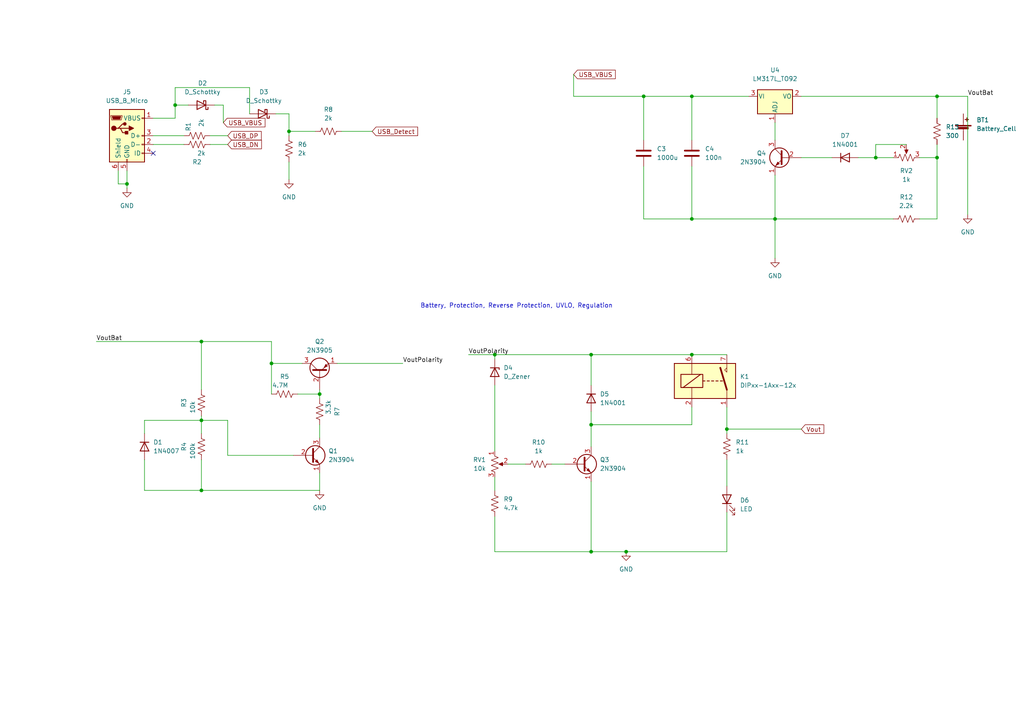
<source format=kicad_sch>
(kicad_sch (version 20211123) (generator eeschema)

  (uuid 00318b70-98db-4150-aae9-0fe9db9b4f56)

  (paper "A4")

  (title_block
    (title "Power Management Module")
    (date "2022-03-11")
    (rev "v2")
    (company "University of Cape Town")
    (comment 1 "Author: Lutendo Mulaisi")
  )

  (lib_symbols
    (symbol "Connector:USB_B_Micro" (pin_names (offset 1.016)) (in_bom yes) (on_board yes)
      (property "Reference" "J" (id 0) (at -5.08 11.43 0)
        (effects (font (size 1.27 1.27)) (justify left))
      )
      (property "Value" "USB_B_Micro" (id 1) (at -5.08 8.89 0)
        (effects (font (size 1.27 1.27)) (justify left))
      )
      (property "Footprint" "" (id 2) (at 3.81 -1.27 0)
        (effects (font (size 1.27 1.27)) hide)
      )
      (property "Datasheet" "~" (id 3) (at 3.81 -1.27 0)
        (effects (font (size 1.27 1.27)) hide)
      )
      (property "ki_keywords" "connector USB micro" (id 4) (at 0 0 0)
        (effects (font (size 1.27 1.27)) hide)
      )
      (property "ki_description" "USB Micro Type B connector" (id 5) (at 0 0 0)
        (effects (font (size 1.27 1.27)) hide)
      )
      (property "ki_fp_filters" "USB*" (id 6) (at 0 0 0)
        (effects (font (size 1.27 1.27)) hide)
      )
      (symbol "USB_B_Micro_0_1"
        (rectangle (start -5.08 -7.62) (end 5.08 7.62)
          (stroke (width 0.254) (type default) (color 0 0 0 0))
          (fill (type background))
        )
        (circle (center -3.81 2.159) (radius 0.635)
          (stroke (width 0.254) (type default) (color 0 0 0 0))
          (fill (type outline))
        )
        (circle (center -0.635 3.429) (radius 0.381)
          (stroke (width 0.254) (type default) (color 0 0 0 0))
          (fill (type outline))
        )
        (rectangle (start -0.127 -7.62) (end 0.127 -6.858)
          (stroke (width 0) (type default) (color 0 0 0 0))
          (fill (type none))
        )
        (polyline
          (pts
            (xy -1.905 2.159)
            (xy 0.635 2.159)
          )
          (stroke (width 0.254) (type default) (color 0 0 0 0))
          (fill (type none))
        )
        (polyline
          (pts
            (xy -3.175 2.159)
            (xy -2.54 2.159)
            (xy -1.27 3.429)
            (xy -0.635 3.429)
          )
          (stroke (width 0.254) (type default) (color 0 0 0 0))
          (fill (type none))
        )
        (polyline
          (pts
            (xy -2.54 2.159)
            (xy -1.905 2.159)
            (xy -1.27 0.889)
            (xy 0 0.889)
          )
          (stroke (width 0.254) (type default) (color 0 0 0 0))
          (fill (type none))
        )
        (polyline
          (pts
            (xy 0.635 2.794)
            (xy 0.635 1.524)
            (xy 1.905 2.159)
            (xy 0.635 2.794)
          )
          (stroke (width 0.254) (type default) (color 0 0 0 0))
          (fill (type outline))
        )
        (polyline
          (pts
            (xy -4.318 5.588)
            (xy -1.778 5.588)
            (xy -2.032 4.826)
            (xy -4.064 4.826)
            (xy -4.318 5.588)
          )
          (stroke (width 0) (type default) (color 0 0 0 0))
          (fill (type outline))
        )
        (polyline
          (pts
            (xy -4.699 5.842)
            (xy -4.699 5.588)
            (xy -4.445 4.826)
            (xy -4.445 4.572)
            (xy -1.651 4.572)
            (xy -1.651 4.826)
            (xy -1.397 5.588)
            (xy -1.397 5.842)
            (xy -4.699 5.842)
          )
          (stroke (width 0) (type default) (color 0 0 0 0))
          (fill (type none))
        )
        (rectangle (start 0.254 1.27) (end -0.508 0.508)
          (stroke (width 0.254) (type default) (color 0 0 0 0))
          (fill (type outline))
        )
        (rectangle (start 5.08 -5.207) (end 4.318 -4.953)
          (stroke (width 0) (type default) (color 0 0 0 0))
          (fill (type none))
        )
        (rectangle (start 5.08 -2.667) (end 4.318 -2.413)
          (stroke (width 0) (type default) (color 0 0 0 0))
          (fill (type none))
        )
        (rectangle (start 5.08 -0.127) (end 4.318 0.127)
          (stroke (width 0) (type default) (color 0 0 0 0))
          (fill (type none))
        )
        (rectangle (start 5.08 4.953) (end 4.318 5.207)
          (stroke (width 0) (type default) (color 0 0 0 0))
          (fill (type none))
        )
      )
      (symbol "USB_B_Micro_1_1"
        (pin power_out line (at 7.62 5.08 180) (length 2.54)
          (name "VBUS" (effects (font (size 1.27 1.27))))
          (number "1" (effects (font (size 1.27 1.27))))
        )
        (pin bidirectional line (at 7.62 -2.54 180) (length 2.54)
          (name "D-" (effects (font (size 1.27 1.27))))
          (number "2" (effects (font (size 1.27 1.27))))
        )
        (pin bidirectional line (at 7.62 0 180) (length 2.54)
          (name "D+" (effects (font (size 1.27 1.27))))
          (number "3" (effects (font (size 1.27 1.27))))
        )
        (pin passive line (at 7.62 -5.08 180) (length 2.54)
          (name "ID" (effects (font (size 1.27 1.27))))
          (number "4" (effects (font (size 1.27 1.27))))
        )
        (pin power_out line (at 0 -10.16 90) (length 2.54)
          (name "GND" (effects (font (size 1.27 1.27))))
          (number "5" (effects (font (size 1.27 1.27))))
        )
        (pin passive line (at -2.54 -10.16 90) (length 2.54)
          (name "Shield" (effects (font (size 1.27 1.27))))
          (number "6" (effects (font (size 1.27 1.27))))
        )
      )
    )
    (symbol "Device:Battery_Cell" (pin_numbers hide) (pin_names (offset 0) hide) (in_bom yes) (on_board yes)
      (property "Reference" "BT" (id 0) (at 2.54 2.54 0)
        (effects (font (size 1.27 1.27)) (justify left))
      )
      (property "Value" "Battery_Cell" (id 1) (at 2.54 0 0)
        (effects (font (size 1.27 1.27)) (justify left))
      )
      (property "Footprint" "" (id 2) (at 0 1.524 90)
        (effects (font (size 1.27 1.27)) hide)
      )
      (property "Datasheet" "~" (id 3) (at 0 1.524 90)
        (effects (font (size 1.27 1.27)) hide)
      )
      (property "ki_keywords" "battery cell" (id 4) (at 0 0 0)
        (effects (font (size 1.27 1.27)) hide)
      )
      (property "ki_description" "Single-cell battery" (id 5) (at 0 0 0)
        (effects (font (size 1.27 1.27)) hide)
      )
      (symbol "Battery_Cell_0_1"
        (rectangle (start -2.286 1.778) (end 2.286 1.524)
          (stroke (width 0) (type default) (color 0 0 0 0))
          (fill (type outline))
        )
        (rectangle (start -1.5748 1.1938) (end 1.4732 0.6858)
          (stroke (width 0) (type default) (color 0 0 0 0))
          (fill (type outline))
        )
        (polyline
          (pts
            (xy 0 0.762)
            (xy 0 0)
          )
          (stroke (width 0) (type default) (color 0 0 0 0))
          (fill (type none))
        )
        (polyline
          (pts
            (xy 0 1.778)
            (xy 0 2.54)
          )
          (stroke (width 0) (type default) (color 0 0 0 0))
          (fill (type none))
        )
        (polyline
          (pts
            (xy 0.508 3.429)
            (xy 1.524 3.429)
          )
          (stroke (width 0.254) (type default) (color 0 0 0 0))
          (fill (type none))
        )
        (polyline
          (pts
            (xy 1.016 3.937)
            (xy 1.016 2.921)
          )
          (stroke (width 0.254) (type default) (color 0 0 0 0))
          (fill (type none))
        )
      )
      (symbol "Battery_Cell_1_1"
        (pin passive line (at 0 5.08 270) (length 2.54)
          (name "+" (effects (font (size 1.27 1.27))))
          (number "1" (effects (font (size 1.27 1.27))))
        )
        (pin passive line (at 0 -2.54 90) (length 2.54)
          (name "-" (effects (font (size 1.27 1.27))))
          (number "2" (effects (font (size 1.27 1.27))))
        )
      )
    )
    (symbol "Device:C" (pin_numbers hide) (pin_names (offset 0.254)) (in_bom yes) (on_board yes)
      (property "Reference" "C" (id 0) (at 0.635 2.54 0)
        (effects (font (size 1.27 1.27)) (justify left))
      )
      (property "Value" "C" (id 1) (at 0.635 -2.54 0)
        (effects (font (size 1.27 1.27)) (justify left))
      )
      (property "Footprint" "" (id 2) (at 0.9652 -3.81 0)
        (effects (font (size 1.27 1.27)) hide)
      )
      (property "Datasheet" "~" (id 3) (at 0 0 0)
        (effects (font (size 1.27 1.27)) hide)
      )
      (property "ki_keywords" "cap capacitor" (id 4) (at 0 0 0)
        (effects (font (size 1.27 1.27)) hide)
      )
      (property "ki_description" "Unpolarized capacitor" (id 5) (at 0 0 0)
        (effects (font (size 1.27 1.27)) hide)
      )
      (property "ki_fp_filters" "C_*" (id 6) (at 0 0 0)
        (effects (font (size 1.27 1.27)) hide)
      )
      (symbol "C_0_1"
        (polyline
          (pts
            (xy -2.032 -0.762)
            (xy 2.032 -0.762)
          )
          (stroke (width 0.508) (type default) (color 0 0 0 0))
          (fill (type none))
        )
        (polyline
          (pts
            (xy -2.032 0.762)
            (xy 2.032 0.762)
          )
          (stroke (width 0.508) (type default) (color 0 0 0 0))
          (fill (type none))
        )
      )
      (symbol "C_1_1"
        (pin passive line (at 0 3.81 270) (length 2.794)
          (name "~" (effects (font (size 1.27 1.27))))
          (number "1" (effects (font (size 1.27 1.27))))
        )
        (pin passive line (at 0 -3.81 90) (length 2.794)
          (name "~" (effects (font (size 1.27 1.27))))
          (number "2" (effects (font (size 1.27 1.27))))
        )
      )
    )
    (symbol "Device:D_Schottky" (pin_numbers hide) (pin_names (offset 1.016) hide) (in_bom yes) (on_board yes)
      (property "Reference" "D" (id 0) (at 0 2.54 0)
        (effects (font (size 1.27 1.27)))
      )
      (property "Value" "D_Schottky" (id 1) (at 0 -2.54 0)
        (effects (font (size 1.27 1.27)))
      )
      (property "Footprint" "" (id 2) (at 0 0 0)
        (effects (font (size 1.27 1.27)) hide)
      )
      (property "Datasheet" "~" (id 3) (at 0 0 0)
        (effects (font (size 1.27 1.27)) hide)
      )
      (property "ki_keywords" "diode Schottky" (id 4) (at 0 0 0)
        (effects (font (size 1.27 1.27)) hide)
      )
      (property "ki_description" "Schottky diode" (id 5) (at 0 0 0)
        (effects (font (size 1.27 1.27)) hide)
      )
      (property "ki_fp_filters" "TO-???* *_Diode_* *SingleDiode* D_*" (id 6) (at 0 0 0)
        (effects (font (size 1.27 1.27)) hide)
      )
      (symbol "D_Schottky_0_1"
        (polyline
          (pts
            (xy 1.27 0)
            (xy -1.27 0)
          )
          (stroke (width 0) (type default) (color 0 0 0 0))
          (fill (type none))
        )
        (polyline
          (pts
            (xy 1.27 1.27)
            (xy 1.27 -1.27)
            (xy -1.27 0)
            (xy 1.27 1.27)
          )
          (stroke (width 0.254) (type default) (color 0 0 0 0))
          (fill (type none))
        )
        (polyline
          (pts
            (xy -1.905 0.635)
            (xy -1.905 1.27)
            (xy -1.27 1.27)
            (xy -1.27 -1.27)
            (xy -0.635 -1.27)
            (xy -0.635 -0.635)
          )
          (stroke (width 0.254) (type default) (color 0 0 0 0))
          (fill (type none))
        )
      )
      (symbol "D_Schottky_1_1"
        (pin passive line (at -3.81 0 0) (length 2.54)
          (name "K" (effects (font (size 1.27 1.27))))
          (number "1" (effects (font (size 1.27 1.27))))
        )
        (pin passive line (at 3.81 0 180) (length 2.54)
          (name "A" (effects (font (size 1.27 1.27))))
          (number "2" (effects (font (size 1.27 1.27))))
        )
      )
    )
    (symbol "Device:D_Zener" (pin_numbers hide) (pin_names (offset 1.016) hide) (in_bom yes) (on_board yes)
      (property "Reference" "D" (id 0) (at 0 2.54 0)
        (effects (font (size 1.27 1.27)))
      )
      (property "Value" "D_Zener" (id 1) (at 0 -2.54 0)
        (effects (font (size 1.27 1.27)))
      )
      (property "Footprint" "" (id 2) (at 0 0 0)
        (effects (font (size 1.27 1.27)) hide)
      )
      (property "Datasheet" "~" (id 3) (at 0 0 0)
        (effects (font (size 1.27 1.27)) hide)
      )
      (property "ki_keywords" "diode" (id 4) (at 0 0 0)
        (effects (font (size 1.27 1.27)) hide)
      )
      (property "ki_description" "Zener diode" (id 5) (at 0 0 0)
        (effects (font (size 1.27 1.27)) hide)
      )
      (property "ki_fp_filters" "TO-???* *_Diode_* *SingleDiode* D_*" (id 6) (at 0 0 0)
        (effects (font (size 1.27 1.27)) hide)
      )
      (symbol "D_Zener_0_1"
        (polyline
          (pts
            (xy 1.27 0)
            (xy -1.27 0)
          )
          (stroke (width 0) (type default) (color 0 0 0 0))
          (fill (type none))
        )
        (polyline
          (pts
            (xy -1.27 -1.27)
            (xy -1.27 1.27)
            (xy -0.762 1.27)
          )
          (stroke (width 0.254) (type default) (color 0 0 0 0))
          (fill (type none))
        )
        (polyline
          (pts
            (xy 1.27 -1.27)
            (xy 1.27 1.27)
            (xy -1.27 0)
            (xy 1.27 -1.27)
          )
          (stroke (width 0.254) (type default) (color 0 0 0 0))
          (fill (type none))
        )
      )
      (symbol "D_Zener_1_1"
        (pin passive line (at -3.81 0 0) (length 2.54)
          (name "K" (effects (font (size 1.27 1.27))))
          (number "1" (effects (font (size 1.27 1.27))))
        )
        (pin passive line (at 3.81 0 180) (length 2.54)
          (name "A" (effects (font (size 1.27 1.27))))
          (number "2" (effects (font (size 1.27 1.27))))
        )
      )
    )
    (symbol "Device:LED" (pin_numbers hide) (pin_names (offset 1.016) hide) (in_bom yes) (on_board yes)
      (property "Reference" "D" (id 0) (at 0 2.54 0)
        (effects (font (size 1.27 1.27)))
      )
      (property "Value" "LED" (id 1) (at 0 -2.54 0)
        (effects (font (size 1.27 1.27)))
      )
      (property "Footprint" "" (id 2) (at 0 0 0)
        (effects (font (size 1.27 1.27)) hide)
      )
      (property "Datasheet" "~" (id 3) (at 0 0 0)
        (effects (font (size 1.27 1.27)) hide)
      )
      (property "ki_keywords" "LED diode" (id 4) (at 0 0 0)
        (effects (font (size 1.27 1.27)) hide)
      )
      (property "ki_description" "Light emitting diode" (id 5) (at 0 0 0)
        (effects (font (size 1.27 1.27)) hide)
      )
      (property "ki_fp_filters" "LED* LED_SMD:* LED_THT:*" (id 6) (at 0 0 0)
        (effects (font (size 1.27 1.27)) hide)
      )
      (symbol "LED_0_1"
        (polyline
          (pts
            (xy -1.27 -1.27)
            (xy -1.27 1.27)
          )
          (stroke (width 0.254) (type default) (color 0 0 0 0))
          (fill (type none))
        )
        (polyline
          (pts
            (xy -1.27 0)
            (xy 1.27 0)
          )
          (stroke (width 0) (type default) (color 0 0 0 0))
          (fill (type none))
        )
        (polyline
          (pts
            (xy 1.27 -1.27)
            (xy 1.27 1.27)
            (xy -1.27 0)
            (xy 1.27 -1.27)
          )
          (stroke (width 0.254) (type default) (color 0 0 0 0))
          (fill (type none))
        )
        (polyline
          (pts
            (xy -3.048 -0.762)
            (xy -4.572 -2.286)
            (xy -3.81 -2.286)
            (xy -4.572 -2.286)
            (xy -4.572 -1.524)
          )
          (stroke (width 0) (type default) (color 0 0 0 0))
          (fill (type none))
        )
        (polyline
          (pts
            (xy -1.778 -0.762)
            (xy -3.302 -2.286)
            (xy -2.54 -2.286)
            (xy -3.302 -2.286)
            (xy -3.302 -1.524)
          )
          (stroke (width 0) (type default) (color 0 0 0 0))
          (fill (type none))
        )
      )
      (symbol "LED_1_1"
        (pin passive line (at -3.81 0 0) (length 2.54)
          (name "K" (effects (font (size 1.27 1.27))))
          (number "1" (effects (font (size 1.27 1.27))))
        )
        (pin passive line (at 3.81 0 180) (length 2.54)
          (name "A" (effects (font (size 1.27 1.27))))
          (number "2" (effects (font (size 1.27 1.27))))
        )
      )
    )
    (symbol "Device:R_Potentiometer_US" (pin_names (offset 1.016) hide) (in_bom yes) (on_board yes)
      (property "Reference" "RV" (id 0) (at -4.445 0 90)
        (effects (font (size 1.27 1.27)))
      )
      (property "Value" "R_Potentiometer_US" (id 1) (at -2.54 0 90)
        (effects (font (size 1.27 1.27)))
      )
      (property "Footprint" "" (id 2) (at 0 0 0)
        (effects (font (size 1.27 1.27)) hide)
      )
      (property "Datasheet" "~" (id 3) (at 0 0 0)
        (effects (font (size 1.27 1.27)) hide)
      )
      (property "ki_keywords" "resistor variable" (id 4) (at 0 0 0)
        (effects (font (size 1.27 1.27)) hide)
      )
      (property "ki_description" "Potentiometer, US symbol" (id 5) (at 0 0 0)
        (effects (font (size 1.27 1.27)) hide)
      )
      (property "ki_fp_filters" "Potentiometer*" (id 6) (at 0 0 0)
        (effects (font (size 1.27 1.27)) hide)
      )
      (symbol "R_Potentiometer_US_0_1"
        (polyline
          (pts
            (xy 0 -2.286)
            (xy 0 -2.54)
          )
          (stroke (width 0) (type default) (color 0 0 0 0))
          (fill (type none))
        )
        (polyline
          (pts
            (xy 0 2.54)
            (xy 0 2.286)
          )
          (stroke (width 0) (type default) (color 0 0 0 0))
          (fill (type none))
        )
        (polyline
          (pts
            (xy 2.54 0)
            (xy 1.524 0)
          )
          (stroke (width 0) (type default) (color 0 0 0 0))
          (fill (type none))
        )
        (polyline
          (pts
            (xy 1.143 0)
            (xy 2.286 0.508)
            (xy 2.286 -0.508)
            (xy 1.143 0)
          )
          (stroke (width 0) (type default) (color 0 0 0 0))
          (fill (type outline))
        )
        (polyline
          (pts
            (xy 0 -0.762)
            (xy 1.016 -1.143)
            (xy 0 -1.524)
            (xy -1.016 -1.905)
            (xy 0 -2.286)
          )
          (stroke (width 0) (type default) (color 0 0 0 0))
          (fill (type none))
        )
        (polyline
          (pts
            (xy 0 0.762)
            (xy 1.016 0.381)
            (xy 0 0)
            (xy -1.016 -0.381)
            (xy 0 -0.762)
          )
          (stroke (width 0) (type default) (color 0 0 0 0))
          (fill (type none))
        )
        (polyline
          (pts
            (xy 0 2.286)
            (xy 1.016 1.905)
            (xy 0 1.524)
            (xy -1.016 1.143)
            (xy 0 0.762)
          )
          (stroke (width 0) (type default) (color 0 0 0 0))
          (fill (type none))
        )
      )
      (symbol "R_Potentiometer_US_1_1"
        (pin passive line (at 0 3.81 270) (length 1.27)
          (name "1" (effects (font (size 1.27 1.27))))
          (number "1" (effects (font (size 1.27 1.27))))
        )
        (pin passive line (at 3.81 0 180) (length 1.27)
          (name "2" (effects (font (size 1.27 1.27))))
          (number "2" (effects (font (size 1.27 1.27))))
        )
        (pin passive line (at 0 -3.81 90) (length 1.27)
          (name "3" (effects (font (size 1.27 1.27))))
          (number "3" (effects (font (size 1.27 1.27))))
        )
      )
    )
    (symbol "Device:R_US" (pin_numbers hide) (pin_names (offset 0)) (in_bom yes) (on_board yes)
      (property "Reference" "R" (id 0) (at 2.54 0 90)
        (effects (font (size 1.27 1.27)))
      )
      (property "Value" "R_US" (id 1) (at -2.54 0 90)
        (effects (font (size 1.27 1.27)))
      )
      (property "Footprint" "" (id 2) (at 1.016 -0.254 90)
        (effects (font (size 1.27 1.27)) hide)
      )
      (property "Datasheet" "~" (id 3) (at 0 0 0)
        (effects (font (size 1.27 1.27)) hide)
      )
      (property "ki_keywords" "R res resistor" (id 4) (at 0 0 0)
        (effects (font (size 1.27 1.27)) hide)
      )
      (property "ki_description" "Resistor, US symbol" (id 5) (at 0 0 0)
        (effects (font (size 1.27 1.27)) hide)
      )
      (property "ki_fp_filters" "R_*" (id 6) (at 0 0 0)
        (effects (font (size 1.27 1.27)) hide)
      )
      (symbol "R_US_0_1"
        (polyline
          (pts
            (xy 0 -2.286)
            (xy 0 -2.54)
          )
          (stroke (width 0) (type default) (color 0 0 0 0))
          (fill (type none))
        )
        (polyline
          (pts
            (xy 0 2.286)
            (xy 0 2.54)
          )
          (stroke (width 0) (type default) (color 0 0 0 0))
          (fill (type none))
        )
        (polyline
          (pts
            (xy 0 -0.762)
            (xy 1.016 -1.143)
            (xy 0 -1.524)
            (xy -1.016 -1.905)
            (xy 0 -2.286)
          )
          (stroke (width 0) (type default) (color 0 0 0 0))
          (fill (type none))
        )
        (polyline
          (pts
            (xy 0 0.762)
            (xy 1.016 0.381)
            (xy 0 0)
            (xy -1.016 -0.381)
            (xy 0 -0.762)
          )
          (stroke (width 0) (type default) (color 0 0 0 0))
          (fill (type none))
        )
        (polyline
          (pts
            (xy 0 2.286)
            (xy 1.016 1.905)
            (xy 0 1.524)
            (xy -1.016 1.143)
            (xy 0 0.762)
          )
          (stroke (width 0) (type default) (color 0 0 0 0))
          (fill (type none))
        )
      )
      (symbol "R_US_1_1"
        (pin passive line (at 0 3.81 270) (length 1.27)
          (name "~" (effects (font (size 1.27 1.27))))
          (number "1" (effects (font (size 1.27 1.27))))
        )
        (pin passive line (at 0 -3.81 90) (length 1.27)
          (name "~" (effects (font (size 1.27 1.27))))
          (number "2" (effects (font (size 1.27 1.27))))
        )
      )
    )
    (symbol "Diode:1N4001" (pin_numbers hide) (pin_names (offset 1.016) hide) (in_bom yes) (on_board yes)
      (property "Reference" "D" (id 0) (at 0 2.54 0)
        (effects (font (size 1.27 1.27)))
      )
      (property "Value" "1N4001" (id 1) (at 0 -2.54 0)
        (effects (font (size 1.27 1.27)))
      )
      (property "Footprint" "Diode_THT:D_DO-41_SOD81_P10.16mm_Horizontal" (id 2) (at 0 -4.445 0)
        (effects (font (size 1.27 1.27)) hide)
      )
      (property "Datasheet" "http://www.vishay.com/docs/88503/1n4001.pdf" (id 3) (at 0 0 0)
        (effects (font (size 1.27 1.27)) hide)
      )
      (property "ki_keywords" "diode" (id 4) (at 0 0 0)
        (effects (font (size 1.27 1.27)) hide)
      )
      (property "ki_description" "50V 1A General Purpose Rectifier Diode, DO-41" (id 5) (at 0 0 0)
        (effects (font (size 1.27 1.27)) hide)
      )
      (property "ki_fp_filters" "D*DO?41*" (id 6) (at 0 0 0)
        (effects (font (size 1.27 1.27)) hide)
      )
      (symbol "1N4001_0_1"
        (polyline
          (pts
            (xy -1.27 1.27)
            (xy -1.27 -1.27)
          )
          (stroke (width 0.254) (type default) (color 0 0 0 0))
          (fill (type none))
        )
        (polyline
          (pts
            (xy 1.27 0)
            (xy -1.27 0)
          )
          (stroke (width 0) (type default) (color 0 0 0 0))
          (fill (type none))
        )
        (polyline
          (pts
            (xy 1.27 1.27)
            (xy 1.27 -1.27)
            (xy -1.27 0)
            (xy 1.27 1.27)
          )
          (stroke (width 0.254) (type default) (color 0 0 0 0))
          (fill (type none))
        )
      )
      (symbol "1N4001_1_1"
        (pin passive line (at -3.81 0 0) (length 2.54)
          (name "K" (effects (font (size 1.27 1.27))))
          (number "1" (effects (font (size 1.27 1.27))))
        )
        (pin passive line (at 3.81 0 180) (length 2.54)
          (name "A" (effects (font (size 1.27 1.27))))
          (number "2" (effects (font (size 1.27 1.27))))
        )
      )
    )
    (symbol "Diode:1N4007" (pin_numbers hide) (pin_names (offset 1.016) hide) (in_bom yes) (on_board yes)
      (property "Reference" "D" (id 0) (at 0 2.54 0)
        (effects (font (size 1.27 1.27)))
      )
      (property "Value" "1N4007" (id 1) (at 0 -2.54 0)
        (effects (font (size 1.27 1.27)))
      )
      (property "Footprint" "Diode_THT:D_DO-41_SOD81_P10.16mm_Horizontal" (id 2) (at 0 -4.445 0)
        (effects (font (size 1.27 1.27)) hide)
      )
      (property "Datasheet" "http://www.vishay.com/docs/88503/1n4001.pdf" (id 3) (at 0 0 0)
        (effects (font (size 1.27 1.27)) hide)
      )
      (property "ki_keywords" "diode" (id 4) (at 0 0 0)
        (effects (font (size 1.27 1.27)) hide)
      )
      (property "ki_description" "1000V 1A General Purpose Rectifier Diode, DO-41" (id 5) (at 0 0 0)
        (effects (font (size 1.27 1.27)) hide)
      )
      (property "ki_fp_filters" "D*DO?41*" (id 6) (at 0 0 0)
        (effects (font (size 1.27 1.27)) hide)
      )
      (symbol "1N4007_0_1"
        (polyline
          (pts
            (xy -1.27 1.27)
            (xy -1.27 -1.27)
          )
          (stroke (width 0.254) (type default) (color 0 0 0 0))
          (fill (type none))
        )
        (polyline
          (pts
            (xy 1.27 0)
            (xy -1.27 0)
          )
          (stroke (width 0) (type default) (color 0 0 0 0))
          (fill (type none))
        )
        (polyline
          (pts
            (xy 1.27 1.27)
            (xy 1.27 -1.27)
            (xy -1.27 0)
            (xy 1.27 1.27)
          )
          (stroke (width 0.254) (type default) (color 0 0 0 0))
          (fill (type none))
        )
      )
      (symbol "1N4007_1_1"
        (pin passive line (at -3.81 0 0) (length 2.54)
          (name "K" (effects (font (size 1.27 1.27))))
          (number "1" (effects (font (size 1.27 1.27))))
        )
        (pin passive line (at 3.81 0 180) (length 2.54)
          (name "A" (effects (font (size 1.27 1.27))))
          (number "2" (effects (font (size 1.27 1.27))))
        )
      )
    )
    (symbol "Regulator_Linear:LM317L_TO92" (pin_names (offset 0.254)) (in_bom yes) (on_board yes)
      (property "Reference" "U" (id 0) (at -3.81 3.175 0)
        (effects (font (size 1.27 1.27)))
      )
      (property "Value" "LM317L_TO92" (id 1) (at 0 3.175 0)
        (effects (font (size 1.27 1.27)) (justify left))
      )
      (property "Footprint" "Package_TO_SOT_THT:TO-92_Inline" (id 2) (at 0 5.715 0)
        (effects (font (size 1.27 1.27) italic) hide)
      )
      (property "Datasheet" "http://www.ti.com/lit/ds/snvs775k/snvs775k.pdf" (id 3) (at 0 0 0)
        (effects (font (size 1.27 1.27)) hide)
      )
      (property "ki_keywords" "Adjustable Voltage Regulator 100mA Positive" (id 4) (at 0 0 0)
        (effects (font (size 1.27 1.27)) hide)
      )
      (property "ki_description" "100mA 35V Adjustable Linear Regulator, TO-92" (id 5) (at 0 0 0)
        (effects (font (size 1.27 1.27)) hide)
      )
      (property "ki_fp_filters" "TO?92*" (id 6) (at 0 0 0)
        (effects (font (size 1.27 1.27)) hide)
      )
      (symbol "LM317L_TO92_0_1"
        (rectangle (start -5.08 1.905) (end 5.08 -5.08)
          (stroke (width 0.254) (type default) (color 0 0 0 0))
          (fill (type background))
        )
      )
      (symbol "LM317L_TO92_1_1"
        (pin input line (at 0 -7.62 90) (length 2.54)
          (name "ADJ" (effects (font (size 1.27 1.27))))
          (number "1" (effects (font (size 1.27 1.27))))
        )
        (pin power_out line (at 7.62 0 180) (length 2.54)
          (name "VO" (effects (font (size 1.27 1.27))))
          (number "2" (effects (font (size 1.27 1.27))))
        )
        (pin power_in line (at -7.62 0 0) (length 2.54)
          (name "VI" (effects (font (size 1.27 1.27))))
          (number "3" (effects (font (size 1.27 1.27))))
        )
      )
    )
    (symbol "Relay:DIPxx-1Axx-12x" (in_bom yes) (on_board yes)
      (property "Reference" "K" (id 0) (at 8.89 3.81 0)
        (effects (font (size 1.27 1.27)) (justify left))
      )
      (property "Value" "DIPxx-1Axx-12x" (id 1) (at 8.89 1.27 0)
        (effects (font (size 1.27 1.27)) (justify left))
      )
      (property "Footprint" "Relay_THT:Relay_StandexMeder_DIP_LowProfile" (id 2) (at 8.89 -1.27 0)
        (effects (font (size 1.27 1.27)) (justify left) hide)
      )
      (property "Datasheet" "https://standexelectronics.com/wp-content/uploads/datasheet_reed_relay_DIP.pdf" (id 3) (at 0 0 0)
        (effects (font (size 1.27 1.27)) hide)
      )
      (property "ki_keywords" "Single Pole Reed Relay SPST" (id 4) (at 0 0 0)
        (effects (font (size 1.27 1.27)) hide)
      )
      (property "ki_description" "Standex Meder DIP reed relay, SPST, Closing Contact" (id 5) (at 0 0 0)
        (effects (font (size 1.27 1.27)) hide)
      )
      (property "ki_fp_filters" "Relay*StandexMeder*DIP*LowProfile*" (id 6) (at 0 0 0)
        (effects (font (size 1.27 1.27)) hide)
      )
      (symbol "DIPxx-1Axx-12x_0_0"
        (polyline
          (pts
            (xy 5.08 5.08)
            (xy 5.08 2.54)
            (xy 4.445 3.175)
            (xy 5.08 3.81)
          )
          (stroke (width 0) (type default) (color 0 0 0 0))
          (fill (type none))
        )
      )
      (symbol "DIPxx-1Axx-12x_0_1"
        (rectangle (start -10.16 5.08) (end 7.62 -5.08)
          (stroke (width 0.254) (type default) (color 0 0 0 0))
          (fill (type background))
        )
        (rectangle (start -8.255 1.905) (end -1.905 -1.905)
          (stroke (width 0.254) (type default) (color 0 0 0 0))
          (fill (type none))
        )
        (polyline
          (pts
            (xy -7.62 -1.905)
            (xy -2.54 1.905)
          )
          (stroke (width 0.254) (type default) (color 0 0 0 0))
          (fill (type none))
        )
        (polyline
          (pts
            (xy -5.08 -5.08)
            (xy -5.08 -1.905)
          )
          (stroke (width 0) (type default) (color 0 0 0 0))
          (fill (type none))
        )
        (polyline
          (pts
            (xy -5.08 5.08)
            (xy -5.08 1.905)
          )
          (stroke (width 0) (type default) (color 0 0 0 0))
          (fill (type none))
        )
        (polyline
          (pts
            (xy -1.905 0)
            (xy -1.27 0)
          )
          (stroke (width 0.254) (type default) (color 0 0 0 0))
          (fill (type none))
        )
        (polyline
          (pts
            (xy -0.635 0)
            (xy 0 0)
          )
          (stroke (width 0.254) (type default) (color 0 0 0 0))
          (fill (type none))
        )
        (polyline
          (pts
            (xy 0.635 0)
            (xy 1.27 0)
          )
          (stroke (width 0.254) (type default) (color 0 0 0 0))
          (fill (type none))
        )
        (polyline
          (pts
            (xy 1.905 0)
            (xy 2.54 0)
          )
          (stroke (width 0.254) (type default) (color 0 0 0 0))
          (fill (type none))
        )
        (polyline
          (pts
            (xy 3.175 0)
            (xy 3.81 0)
          )
          (stroke (width 0.254) (type default) (color 0 0 0 0))
          (fill (type none))
        )
        (polyline
          (pts
            (xy 5.08 -2.54)
            (xy 3.175 3.81)
          )
          (stroke (width 0.508) (type default) (color 0 0 0 0))
          (fill (type none))
        )
        (polyline
          (pts
            (xy 5.08 -2.54)
            (xy 5.08 -5.08)
          )
          (stroke (width 0) (type default) (color 0 0 0 0))
          (fill (type none))
        )
      )
      (symbol "DIPxx-1Axx-12x_1_1"
        (pin passive line (at 5.08 -7.62 90) (length 2.54)
          (name "~" (effects (font (size 1.27 1.27))))
          (number "1" (effects (font (size 1.27 1.27))))
        )
        (pin passive line (at -5.08 -7.62 90) (length 2.54) hide
          (name "~" (effects (font (size 1.27 1.27))))
          (number "13" (effects (font (size 1.27 1.27))))
        )
        (pin passive line (at 5.08 -7.62 90) (length 2.54) hide
          (name "~" (effects (font (size 1.27 1.27))))
          (number "14" (effects (font (size 1.27 1.27))))
        )
        (pin passive line (at -5.08 -7.62 90) (length 2.54)
          (name "~" (effects (font (size 1.27 1.27))))
          (number "2" (effects (font (size 1.27 1.27))))
        )
        (pin passive line (at -5.08 7.62 270) (length 2.54)
          (name "~" (effects (font (size 1.27 1.27))))
          (number "6" (effects (font (size 1.27 1.27))))
        )
        (pin passive line (at 5.08 7.62 270) (length 2.54)
          (name "~" (effects (font (size 1.27 1.27))))
          (number "7" (effects (font (size 1.27 1.27))))
        )
        (pin passive line (at 5.08 7.62 270) (length 2.54) hide
          (name "~" (effects (font (size 1.27 1.27))))
          (number "8" (effects (font (size 1.27 1.27))))
        )
      )
    )
    (symbol "Transistor_BJT:2N3904" (pin_names (offset 0) hide) (in_bom yes) (on_board yes)
      (property "Reference" "Q" (id 0) (at 5.08 1.905 0)
        (effects (font (size 1.27 1.27)) (justify left))
      )
      (property "Value" "2N3904" (id 1) (at 5.08 0 0)
        (effects (font (size 1.27 1.27)) (justify left))
      )
      (property "Footprint" "Package_TO_SOT_THT:TO-92_Inline" (id 2) (at 5.08 -1.905 0)
        (effects (font (size 1.27 1.27) italic) (justify left) hide)
      )
      (property "Datasheet" "https://www.onsemi.com/pub/Collateral/2N3903-D.PDF" (id 3) (at 0 0 0)
        (effects (font (size 1.27 1.27)) (justify left) hide)
      )
      (property "ki_keywords" "NPN Transistor" (id 4) (at 0 0 0)
        (effects (font (size 1.27 1.27)) hide)
      )
      (property "ki_description" "0.2A Ic, 40V Vce, Small Signal NPN Transistor, TO-92" (id 5) (at 0 0 0)
        (effects (font (size 1.27 1.27)) hide)
      )
      (property "ki_fp_filters" "TO?92*" (id 6) (at 0 0 0)
        (effects (font (size 1.27 1.27)) hide)
      )
      (symbol "2N3904_0_1"
        (polyline
          (pts
            (xy 0.635 0.635)
            (xy 2.54 2.54)
          )
          (stroke (width 0) (type default) (color 0 0 0 0))
          (fill (type none))
        )
        (polyline
          (pts
            (xy 0.635 -0.635)
            (xy 2.54 -2.54)
            (xy 2.54 -2.54)
          )
          (stroke (width 0) (type default) (color 0 0 0 0))
          (fill (type none))
        )
        (polyline
          (pts
            (xy 0.635 1.905)
            (xy 0.635 -1.905)
            (xy 0.635 -1.905)
          )
          (stroke (width 0.508) (type default) (color 0 0 0 0))
          (fill (type none))
        )
        (polyline
          (pts
            (xy 1.27 -1.778)
            (xy 1.778 -1.27)
            (xy 2.286 -2.286)
            (xy 1.27 -1.778)
            (xy 1.27 -1.778)
          )
          (stroke (width 0) (type default) (color 0 0 0 0))
          (fill (type outline))
        )
        (circle (center 1.27 0) (radius 2.8194)
          (stroke (width 0.254) (type default) (color 0 0 0 0))
          (fill (type none))
        )
      )
      (symbol "2N3904_1_1"
        (pin passive line (at 2.54 -5.08 90) (length 2.54)
          (name "E" (effects (font (size 1.27 1.27))))
          (number "1" (effects (font (size 1.27 1.27))))
        )
        (pin passive line (at -5.08 0 0) (length 5.715)
          (name "B" (effects (font (size 1.27 1.27))))
          (number "2" (effects (font (size 1.27 1.27))))
        )
        (pin passive line (at 2.54 5.08 270) (length 2.54)
          (name "C" (effects (font (size 1.27 1.27))))
          (number "3" (effects (font (size 1.27 1.27))))
        )
      )
    )
    (symbol "Transistor_BJT:2N3905" (pin_names (offset 0) hide) (in_bom yes) (on_board yes)
      (property "Reference" "Q" (id 0) (at 5.08 1.905 0)
        (effects (font (size 1.27 1.27)) (justify left))
      )
      (property "Value" "2N3905" (id 1) (at 5.08 0 0)
        (effects (font (size 1.27 1.27)) (justify left))
      )
      (property "Footprint" "Package_TO_SOT_THT:TO-92_Inline" (id 2) (at 5.08 -1.905 0)
        (effects (font (size 1.27 1.27) italic) (justify left) hide)
      )
      (property "Datasheet" "https://www.nteinc.com/specs/original/2N3905_06.pdf" (id 3) (at 0 0 0)
        (effects (font (size 1.27 1.27)) (justify left) hide)
      )
      (property "ki_keywords" "PNP Transistor" (id 4) (at 0 0 0)
        (effects (font (size 1.27 1.27)) hide)
      )
      (property "ki_description" "-0.2A Ic, -40V Vce, Small Signal PNP Transistor, TO-92" (id 5) (at 0 0 0)
        (effects (font (size 1.27 1.27)) hide)
      )
      (property "ki_fp_filters" "TO?92*" (id 6) (at 0 0 0)
        (effects (font (size 1.27 1.27)) hide)
      )
      (symbol "2N3905_0_1"
        (polyline
          (pts
            (xy 0.635 0.635)
            (xy 2.54 2.54)
          )
          (stroke (width 0) (type default) (color 0 0 0 0))
          (fill (type none))
        )
        (polyline
          (pts
            (xy 0.635 -0.635)
            (xy 2.54 -2.54)
            (xy 2.54 -2.54)
          )
          (stroke (width 0) (type default) (color 0 0 0 0))
          (fill (type none))
        )
        (polyline
          (pts
            (xy 0.635 1.905)
            (xy 0.635 -1.905)
            (xy 0.635 -1.905)
          )
          (stroke (width 0.508) (type default) (color 0 0 0 0))
          (fill (type none))
        )
        (polyline
          (pts
            (xy 2.286 -1.778)
            (xy 1.778 -2.286)
            (xy 1.27 -1.27)
            (xy 2.286 -1.778)
            (xy 2.286 -1.778)
          )
          (stroke (width 0) (type default) (color 0 0 0 0))
          (fill (type outline))
        )
        (circle (center 1.27 0) (radius 2.8194)
          (stroke (width 0.254) (type default) (color 0 0 0 0))
          (fill (type none))
        )
      )
      (symbol "2N3905_1_1"
        (pin passive line (at 2.54 -5.08 90) (length 2.54)
          (name "E" (effects (font (size 1.27 1.27))))
          (number "1" (effects (font (size 1.27 1.27))))
        )
        (pin input line (at -5.08 0 0) (length 5.715)
          (name "B" (effects (font (size 1.27 1.27))))
          (number "2" (effects (font (size 1.27 1.27))))
        )
        (pin passive line (at 2.54 5.08 270) (length 2.54)
          (name "C" (effects (font (size 1.27 1.27))))
          (number "3" (effects (font (size 1.27 1.27))))
        )
      )
    )
    (symbol "power:GND" (power) (pin_names (offset 0)) (in_bom yes) (on_board yes)
      (property "Reference" "#PWR" (id 0) (at 0 -6.35 0)
        (effects (font (size 1.27 1.27)) hide)
      )
      (property "Value" "GND" (id 1) (at 0 -3.81 0)
        (effects (font (size 1.27 1.27)))
      )
      (property "Footprint" "" (id 2) (at 0 0 0)
        (effects (font (size 1.27 1.27)) hide)
      )
      (property "Datasheet" "" (id 3) (at 0 0 0)
        (effects (font (size 1.27 1.27)) hide)
      )
      (property "ki_keywords" "power-flag" (id 4) (at 0 0 0)
        (effects (font (size 1.27 1.27)) hide)
      )
      (property "ki_description" "Power symbol creates a global label with name \"GND\" , ground" (id 5) (at 0 0 0)
        (effects (font (size 1.27 1.27)) hide)
      )
      (symbol "GND_0_1"
        (polyline
          (pts
            (xy 0 0)
            (xy 0 -1.27)
            (xy 1.27 -1.27)
            (xy 0 -2.54)
            (xy -1.27 -1.27)
            (xy 0 -1.27)
          )
          (stroke (width 0) (type default) (color 0 0 0 0))
          (fill (type none))
        )
      )
      (symbol "GND_1_1"
        (pin power_in line (at 0 0 270) (length 0) hide
          (name "GND" (effects (font (size 1.27 1.27))))
          (number "1" (effects (font (size 1.27 1.27))))
        )
      )
    )
  )

  (junction (at 36.83 53.34) (diameter 0) (color 0 0 0 0)
    (uuid 004ce854-e20b-4774-9faa-60567d077559)
  )
  (junction (at 92.71 114.3) (diameter 0) (color 0 0 0 0)
    (uuid 06f2f75b-96ad-455a-b8d1-d995d8d3fa9f)
  )
  (junction (at 224.79 63.5) (diameter 0) (color 0 0 0 0)
    (uuid 08fd9629-71af-4959-9ecf-bb5532c844b4)
  )
  (junction (at 50.8 30.48) (diameter 0) (color 0 0 0 0)
    (uuid 11da5f2b-89b9-40d9-9d90-196f82fc02f7)
  )
  (junction (at 143.51 102.87) (diameter 0) (color 0 0 0 0)
    (uuid 120ec9db-dcec-4c75-9fd8-03ca83827c25)
  )
  (junction (at 254 45.72) (diameter 0) (color 0 0 0 0)
    (uuid 141ddb6e-f012-4b64-ac5a-9305847be922)
  )
  (junction (at 78.74 105.41) (diameter 0) (color 0 0 0 0)
    (uuid 18b67ebf-424b-45fd-9c57-58aa79eae344)
  )
  (junction (at 200.66 27.94) (diameter 0) (color 0 0 0 0)
    (uuid 20fc102e-251e-414a-afb3-a3ec55fa7392)
  )
  (junction (at 171.45 102.87) (diameter 0) (color 0 0 0 0)
    (uuid 48a94f84-1b39-40c0-bdd2-017f8df405c0)
  )
  (junction (at 83.82 38.1) (diameter 0) (color 0 0 0 0)
    (uuid 55f4b17a-6815-4f28-b007-20221ba9e687)
  )
  (junction (at 58.42 99.06) (diameter 0) (color 0 0 0 0)
    (uuid 5a09d8cc-5764-4af5-a86c-5fad1fc8c77a)
  )
  (junction (at 181.61 160.02) (diameter 0) (color 0 0 0 0)
    (uuid 70b22aa4-bc7c-488b-931f-a8acc35a63f8)
  )
  (junction (at 171.45 123.19) (diameter 0) (color 0 0 0 0)
    (uuid 8da5dcd9-3fe2-4288-aa9f-f84055c5185d)
  )
  (junction (at 186.69 27.94) (diameter 0) (color 0 0 0 0)
    (uuid 8e8424f4-04cf-4407-8ca1-d88f78e90b98)
  )
  (junction (at 210.82 124.46) (diameter 0) (color 0 0 0 0)
    (uuid 92ed9f63-5bb2-4042-9811-9e919686e16b)
  )
  (junction (at 171.45 160.02) (diameter 0) (color 0 0 0 0)
    (uuid 9c985e0f-3af2-445f-a277-a98dba586dae)
  )
  (junction (at 200.66 102.87) (diameter 0) (color 0 0 0 0)
    (uuid 9d15ccd7-450e-40fd-abe9-365c0ca73533)
  )
  (junction (at 271.78 45.72) (diameter 0) (color 0 0 0 0)
    (uuid a4fb2d01-dee1-420e-874b-35973b5fcbbd)
  )
  (junction (at 58.42 121.92) (diameter 0) (color 0 0 0 0)
    (uuid a9c96689-9bd1-4b30-b184-17b534b39ff4)
  )
  (junction (at 200.66 63.5) (diameter 0) (color 0 0 0 0)
    (uuid b0bb1fda-df8f-4e6a-a6e7-015d5f2b1dc9)
  )
  (junction (at 271.78 27.94) (diameter 0) (color 0 0 0 0)
    (uuid d11acd4d-67bf-4c13-b50a-a2a7976e49cf)
  )
  (junction (at 58.42 142.24) (diameter 0) (color 0 0 0 0)
    (uuid d8667e31-27bd-4718-87d4-e9836923e449)
  )

  (no_connect (at 44.45 44.45) (uuid 85b31907-4f46-4839-891d-127ece9e2f54))

  (wire (pts (xy 217.17 27.94) (xy 200.66 27.94))
    (stroke (width 0) (type default) (color 0 0 0 0))
    (uuid 04c50c62-f84e-46da-8cc7-54c2e1857ad5)
  )
  (wire (pts (xy 58.42 99.06) (xy 78.74 99.06))
    (stroke (width 0) (type default) (color 0 0 0 0))
    (uuid 070aa60b-0ce4-4a32-be30-cc8b6daaff0d)
  )
  (wire (pts (xy 200.66 63.5) (xy 224.79 63.5))
    (stroke (width 0) (type default) (color 0 0 0 0))
    (uuid 093e8f2d-0f31-4850-b8bc-86fd6457d6af)
  )
  (wire (pts (xy 271.78 27.94) (xy 232.41 27.94))
    (stroke (width 0) (type default) (color 0 0 0 0))
    (uuid 0aa8ea99-716b-45f0-9b8c-d671e5443d13)
  )
  (wire (pts (xy 143.51 149.86) (xy 143.51 160.02))
    (stroke (width 0) (type default) (color 0 0 0 0))
    (uuid 0d7d212f-72a7-4686-8e1c-59df833b2d14)
  )
  (wire (pts (xy 186.69 40.64) (xy 186.69 27.94))
    (stroke (width 0) (type default) (color 0 0 0 0))
    (uuid 0dbf9001-44b4-446b-b776-eae62d1ca81d)
  )
  (wire (pts (xy 92.71 114.3) (xy 92.71 113.03))
    (stroke (width 0) (type default) (color 0 0 0 0))
    (uuid 0de751d0-ec7c-45db-9559-9fe7802a4cf2)
  )
  (wire (pts (xy 271.78 34.29) (xy 271.78 27.94))
    (stroke (width 0) (type default) (color 0 0 0 0))
    (uuid 0f65c6fd-48f2-4a96-b3bd-ae7ee3abfecd)
  )
  (wire (pts (xy 171.45 139.7) (xy 171.45 160.02))
    (stroke (width 0) (type default) (color 0 0 0 0))
    (uuid 138c6931-0282-4c06-90da-7585ea32ab99)
  )
  (wire (pts (xy 62.23 30.48) (xy 64.77 30.48))
    (stroke (width 0) (type default) (color 0 0 0 0))
    (uuid 149b20c5-ddf0-48b0-bf43-9d4a3a73e851)
  )
  (wire (pts (xy 210.82 133.35) (xy 210.82 140.97))
    (stroke (width 0) (type default) (color 0 0 0 0))
    (uuid 1533e0b3-33a3-46b6-a524-d2bdc1ab6c1d)
  )
  (wire (pts (xy 44.45 34.29) (xy 50.8 34.29))
    (stroke (width 0) (type default) (color 0 0 0 0))
    (uuid 1577007b-34a4-4cde-8ca8-d3c14256d96a)
  )
  (wire (pts (xy 50.8 30.48) (xy 54.61 30.48))
    (stroke (width 0) (type default) (color 0 0 0 0))
    (uuid 16363553-5986-46ac-976f-e2241f979677)
  )
  (wire (pts (xy 78.74 105.41) (xy 87.63 105.41))
    (stroke (width 0) (type default) (color 0 0 0 0))
    (uuid 169805be-b318-4fac-b5a4-6fcc80d01384)
  )
  (wire (pts (xy 224.79 50.8) (xy 224.79 63.5))
    (stroke (width 0) (type default) (color 0 0 0 0))
    (uuid 19e80447-d4f7-45b4-a144-c0936d72f335)
  )
  (wire (pts (xy 60.96 41.91) (xy 66.04 41.91))
    (stroke (width 0) (type default) (color 0 0 0 0))
    (uuid 1dc9cb72-d7e0-44dc-a2f8-cc58ec91a7b6)
  )
  (wire (pts (xy 41.91 142.24) (xy 58.42 142.24))
    (stroke (width 0) (type default) (color 0 0 0 0))
    (uuid 1f7d2ee7-fab0-4203-9434-8eed372d7e6f)
  )
  (wire (pts (xy 60.96 39.37) (xy 66.04 39.37))
    (stroke (width 0) (type default) (color 0 0 0 0))
    (uuid 209a3d75-f569-4fbe-8270-44bb45a2793b)
  )
  (wire (pts (xy 147.32 134.62) (xy 152.4 134.62))
    (stroke (width 0) (type default) (color 0 0 0 0))
    (uuid 20f3e462-5dbb-4f9c-8342-7f47fca6c583)
  )
  (wire (pts (xy 41.91 133.35) (xy 41.91 142.24))
    (stroke (width 0) (type default) (color 0 0 0 0))
    (uuid 2480e9d8-1a5d-4597-9c08-fd0325ae70ba)
  )
  (wire (pts (xy 171.45 119.38) (xy 171.45 123.19))
    (stroke (width 0) (type default) (color 0 0 0 0))
    (uuid 27181f53-4811-43c4-acdc-7a142b477118)
  )
  (wire (pts (xy 83.82 38.1) (xy 83.82 39.37))
    (stroke (width 0) (type default) (color 0 0 0 0))
    (uuid 292b8a5c-66b5-4d3e-a2c4-9301e9c57764)
  )
  (wire (pts (xy 99.06 38.1) (xy 107.95 38.1))
    (stroke (width 0) (type default) (color 0 0 0 0))
    (uuid 294988f1-ddec-48fe-a288-e4e280ccd287)
  )
  (wire (pts (xy 210.82 118.11) (xy 210.82 124.46))
    (stroke (width 0) (type default) (color 0 0 0 0))
    (uuid 29733695-0e0a-41d9-a2a0-4f8d1caef9e2)
  )
  (wire (pts (xy 171.45 160.02) (xy 181.61 160.02))
    (stroke (width 0) (type default) (color 0 0 0 0))
    (uuid 327702bf-9494-443c-92f9-a761830375a5)
  )
  (wire (pts (xy 254 41.91) (xy 254 45.72))
    (stroke (width 0) (type default) (color 0 0 0 0))
    (uuid 36fd053b-43ef-4d72-beb1-7e65298fe355)
  )
  (wire (pts (xy 166.37 27.94) (xy 186.69 27.94))
    (stroke (width 0) (type default) (color 0 0 0 0))
    (uuid 3c90b4d0-9010-4787-ad47-6da11bca7418)
  )
  (wire (pts (xy 210.82 124.46) (xy 232.41 124.46))
    (stroke (width 0) (type default) (color 0 0 0 0))
    (uuid 4091ec03-b79d-40f4-856c-be4a1a16622a)
  )
  (wire (pts (xy 80.01 33.02) (xy 83.82 33.02))
    (stroke (width 0) (type default) (color 0 0 0 0))
    (uuid 42ddda99-74e4-41de-9811-38b4d2ecd542)
  )
  (wire (pts (xy 200.66 27.94) (xy 200.66 40.64))
    (stroke (width 0) (type default) (color 0 0 0 0))
    (uuid 488af905-eab2-4a11-87c6-233ff05fb8bc)
  )
  (wire (pts (xy 58.42 120.65) (xy 58.42 121.92))
    (stroke (width 0) (type default) (color 0 0 0 0))
    (uuid 55ac901f-8668-4f36-b862-599144d1a49f)
  )
  (wire (pts (xy 232.41 45.72) (xy 241.3 45.72))
    (stroke (width 0) (type default) (color 0 0 0 0))
    (uuid 58e113b1-5764-46ae-a26c-a09c753e2956)
  )
  (wire (pts (xy 181.61 160.02) (xy 210.82 160.02))
    (stroke (width 0) (type default) (color 0 0 0 0))
    (uuid 59c8493c-60cf-4f17-a9ea-974e9dbe935f)
  )
  (wire (pts (xy 171.45 123.19) (xy 171.45 129.54))
    (stroke (width 0) (type default) (color 0 0 0 0))
    (uuid 5aee829e-42ca-4cd6-a3d9-fd36d0611f81)
  )
  (wire (pts (xy 271.78 45.72) (xy 271.78 41.91))
    (stroke (width 0) (type default) (color 0 0 0 0))
    (uuid 5cc42164-4033-4b01-893b-3239a1252717)
  )
  (wire (pts (xy 262.89 41.91) (xy 254 41.91))
    (stroke (width 0) (type default) (color 0 0 0 0))
    (uuid 5e408536-1e9e-407a-821e-c0e83fe3e511)
  )
  (wire (pts (xy 83.82 38.1) (xy 91.44 38.1))
    (stroke (width 0) (type default) (color 0 0 0 0))
    (uuid 5f6ae089-bb08-4b67-9353-7bee62656d4f)
  )
  (wire (pts (xy 78.74 105.41) (xy 78.74 114.3))
    (stroke (width 0) (type default) (color 0 0 0 0))
    (uuid 5f84ff8b-3cd9-4eaf-a802-dd2144642439)
  )
  (wire (pts (xy 166.37 21.59) (xy 166.37 27.94))
    (stroke (width 0) (type default) (color 0 0 0 0))
    (uuid 6163081d-6e3b-47c6-a34a-625765e408f3)
  )
  (wire (pts (xy 83.82 46.99) (xy 83.82 52.07))
    (stroke (width 0) (type default) (color 0 0 0 0))
    (uuid 6285ecc3-62cf-4119-99c1-e56e0df45d31)
  )
  (wire (pts (xy 41.91 121.92) (xy 58.42 121.92))
    (stroke (width 0) (type default) (color 0 0 0 0))
    (uuid 69506b35-b872-4fb5-883c-e275a6f63a24)
  )
  (wire (pts (xy 224.79 35.56) (xy 224.79 40.64))
    (stroke (width 0) (type default) (color 0 0 0 0))
    (uuid 6cc2a82f-9191-4061-84da-797d256b1014)
  )
  (wire (pts (xy 34.29 53.34) (xy 36.83 53.34))
    (stroke (width 0) (type default) (color 0 0 0 0))
    (uuid 716f2cec-f315-4fee-b35f-0539c38e7092)
  )
  (wire (pts (xy 58.42 121.92) (xy 58.42 125.73))
    (stroke (width 0) (type default) (color 0 0 0 0))
    (uuid 7220a16f-ea3c-47d1-8e76-6ec40099ac36)
  )
  (wire (pts (xy 171.45 102.87) (xy 171.45 111.76))
    (stroke (width 0) (type default) (color 0 0 0 0))
    (uuid 7393a03f-872e-4946-83e8-421629984cdd)
  )
  (wire (pts (xy 171.45 102.87) (xy 143.51 102.87))
    (stroke (width 0) (type default) (color 0 0 0 0))
    (uuid 778f7383-a95c-47e8-a90d-7b6f68d89c57)
  )
  (wire (pts (xy 143.51 138.43) (xy 143.51 142.24))
    (stroke (width 0) (type default) (color 0 0 0 0))
    (uuid 7e2a5357-2bb0-42df-b9e6-f36547c25b6e)
  )
  (wire (pts (xy 135.89 102.87) (xy 143.51 102.87))
    (stroke (width 0) (type default) (color 0 0 0 0))
    (uuid 804ddf9f-62cc-4cf7-bebb-8c9d93b3dc09)
  )
  (wire (pts (xy 83.82 33.02) (xy 83.82 38.1))
    (stroke (width 0) (type default) (color 0 0 0 0))
    (uuid 80b5218c-1386-4ada-be5f-f20faa131d3f)
  )
  (wire (pts (xy 210.82 148.59) (xy 210.82 160.02))
    (stroke (width 0) (type default) (color 0 0 0 0))
    (uuid 8980a4af-d860-4521-971c-e82c08c69a5e)
  )
  (wire (pts (xy 92.71 142.24) (xy 92.71 137.16))
    (stroke (width 0) (type default) (color 0 0 0 0))
    (uuid 90c4c72f-583b-4f3f-9010-af0e05aa12cf)
  )
  (wire (pts (xy 50.8 25.4) (xy 50.8 30.48))
    (stroke (width 0) (type default) (color 0 0 0 0))
    (uuid 91312f52-f777-427d-8e79-c348d88d3931)
  )
  (wire (pts (xy 97.79 105.41) (xy 116.84 105.41))
    (stroke (width 0) (type default) (color 0 0 0 0))
    (uuid 9b3939b7-5b43-4a45-9626-4ce10ad4fac1)
  )
  (wire (pts (xy 58.42 99.06) (xy 58.42 113.03))
    (stroke (width 0) (type default) (color 0 0 0 0))
    (uuid 9c85280f-2bf5-48d8-b068-50111410cc28)
  )
  (wire (pts (xy 66.04 132.08) (xy 66.04 121.92))
    (stroke (width 0) (type default) (color 0 0 0 0))
    (uuid 9e07771f-552e-487e-8267-8c6d783b921d)
  )
  (wire (pts (xy 186.69 27.94) (xy 200.66 27.94))
    (stroke (width 0) (type default) (color 0 0 0 0))
    (uuid 9f8df7a2-2f0a-40e9-805a-c994b80b572e)
  )
  (wire (pts (xy 224.79 63.5) (xy 259.08 63.5))
    (stroke (width 0) (type default) (color 0 0 0 0))
    (uuid a1a3a10e-cc3d-4561-b680-9827bf3ea6bc)
  )
  (wire (pts (xy 66.04 121.92) (xy 58.42 121.92))
    (stroke (width 0) (type default) (color 0 0 0 0))
    (uuid a8c25089-1d2d-4bd7-bbba-b8eebe408dd9)
  )
  (wire (pts (xy 143.51 102.87) (xy 143.51 104.14))
    (stroke (width 0) (type default) (color 0 0 0 0))
    (uuid ae0bad89-b630-45ac-9c7f-a4576432baf6)
  )
  (wire (pts (xy 143.51 160.02) (xy 171.45 160.02))
    (stroke (width 0) (type default) (color 0 0 0 0))
    (uuid af36cbd3-504d-4ffe-bc7f-7e04d1516199)
  )
  (wire (pts (xy 143.51 111.76) (xy 143.51 130.81))
    (stroke (width 0) (type default) (color 0 0 0 0))
    (uuid b4a8f22e-4ff7-4d5d-9513-9c0ed6b13463)
  )
  (wire (pts (xy 44.45 41.91) (xy 53.34 41.91))
    (stroke (width 0) (type default) (color 0 0 0 0))
    (uuid b7104c47-f28c-4f90-bfef-50aafd409e17)
  )
  (wire (pts (xy 210.82 102.87) (xy 200.66 102.87))
    (stroke (width 0) (type default) (color 0 0 0 0))
    (uuid b763ad41-202f-4091-94fa-483c1ab0860a)
  )
  (wire (pts (xy 72.39 33.02) (xy 72.39 25.4))
    (stroke (width 0) (type default) (color 0 0 0 0))
    (uuid b7f5957d-4252-4f62-81bb-cdb68c85bc58)
  )
  (wire (pts (xy 85.09 132.08) (xy 66.04 132.08))
    (stroke (width 0) (type default) (color 0 0 0 0))
    (uuid bb00230a-012b-4280-990b-1907dab01a73)
  )
  (wire (pts (xy 58.42 142.24) (xy 92.71 142.24))
    (stroke (width 0) (type default) (color 0 0 0 0))
    (uuid bc54a522-2c8a-42cd-af81-e0f9db49188d)
  )
  (wire (pts (xy 186.69 63.5) (xy 200.66 63.5))
    (stroke (width 0) (type default) (color 0 0 0 0))
    (uuid be585f97-f41c-4b41-b70f-7185428ee033)
  )
  (wire (pts (xy 200.66 123.19) (xy 171.45 123.19))
    (stroke (width 0) (type default) (color 0 0 0 0))
    (uuid c282a479-e06a-4221-8cdd-a4613b13dd86)
  )
  (wire (pts (xy 27.94 99.06) (xy 58.42 99.06))
    (stroke (width 0) (type default) (color 0 0 0 0))
    (uuid c2d1898f-1ee6-47ac-abf4-a9fae3f8900c)
  )
  (wire (pts (xy 248.92 45.72) (xy 254 45.72))
    (stroke (width 0) (type default) (color 0 0 0 0))
    (uuid c4b585c4-87cc-4740-a6fd-c97feeaedfd4)
  )
  (wire (pts (xy 86.36 114.3) (xy 92.71 114.3))
    (stroke (width 0) (type default) (color 0 0 0 0))
    (uuid c63504ca-00c7-4e86-b91f-9373cc2e3368)
  )
  (wire (pts (xy 200.66 118.11) (xy 200.66 123.19))
    (stroke (width 0) (type default) (color 0 0 0 0))
    (uuid c98ce096-3a64-4b55-afcf-cef6b48acd0b)
  )
  (wire (pts (xy 200.66 48.26) (xy 200.66 63.5))
    (stroke (width 0) (type default) (color 0 0 0 0))
    (uuid c9a9029b-fb92-407a-b1ca-df1b21a0013f)
  )
  (wire (pts (xy 64.77 30.48) (xy 64.77 35.56))
    (stroke (width 0) (type default) (color 0 0 0 0))
    (uuid d208cee8-14c6-412e-886f-dcd85e7569e0)
  )
  (wire (pts (xy 200.66 102.87) (xy 171.45 102.87))
    (stroke (width 0) (type default) (color 0 0 0 0))
    (uuid d75896eb-b53a-49f9-970e-7f7d3c9e6917)
  )
  (wire (pts (xy 224.79 74.93) (xy 224.79 63.5))
    (stroke (width 0) (type default) (color 0 0 0 0))
    (uuid d7de4c12-e079-4711-a902-cd1c33c904c8)
  )
  (wire (pts (xy 78.74 99.06) (xy 78.74 105.41))
    (stroke (width 0) (type default) (color 0 0 0 0))
    (uuid da7968eb-fa73-4885-bebb-977d996738a8)
  )
  (wire (pts (xy 92.71 115.57) (xy 92.71 114.3))
    (stroke (width 0) (type default) (color 0 0 0 0))
    (uuid db85a818-4942-422e-a686-5d055d3749c1)
  )
  (wire (pts (xy 254 45.72) (xy 259.08 45.72))
    (stroke (width 0) (type default) (color 0 0 0 0))
    (uuid dc3a7c24-6eec-49b5-bf5a-c837bff78d6e)
  )
  (wire (pts (xy 44.45 39.37) (xy 53.34 39.37))
    (stroke (width 0) (type default) (color 0 0 0 0))
    (uuid dd66709b-f58f-4b44-a3a4-9cea49179937)
  )
  (wire (pts (xy 36.83 53.34) (xy 36.83 54.61))
    (stroke (width 0) (type default) (color 0 0 0 0))
    (uuid dfbb7cbd-5f60-442b-8018-de42e603c579)
  )
  (wire (pts (xy 41.91 125.73) (xy 41.91 121.92))
    (stroke (width 0) (type default) (color 0 0 0 0))
    (uuid e0f7321f-5b2c-4dff-9c2d-f9993c858b2f)
  )
  (wire (pts (xy 271.78 27.94) (xy 280.67 27.94))
    (stroke (width 0) (type default) (color 0 0 0 0))
    (uuid e1798fb2-1529-4430-aaa6-13497fdb0fce)
  )
  (wire (pts (xy 271.78 63.5) (xy 271.78 45.72))
    (stroke (width 0) (type default) (color 0 0 0 0))
    (uuid e313718f-62ba-4168-a509-ee6dd8cb51ae)
  )
  (wire (pts (xy 34.29 49.53) (xy 34.29 53.34))
    (stroke (width 0) (type default) (color 0 0 0 0))
    (uuid e5a837b5-132c-4613-a340-a2044777a4a1)
  )
  (wire (pts (xy 160.02 134.62) (xy 163.83 134.62))
    (stroke (width 0) (type default) (color 0 0 0 0))
    (uuid e60bfd0e-ba3f-40f4-821f-f74eeceff614)
  )
  (wire (pts (xy 266.7 45.72) (xy 271.78 45.72))
    (stroke (width 0) (type default) (color 0 0 0 0))
    (uuid e7ad96c6-7ef1-4543-8e40-76b599a39d41)
  )
  (wire (pts (xy 280.67 27.94) (xy 280.67 62.23))
    (stroke (width 0) (type default) (color 0 0 0 0))
    (uuid ec3fb475-abf2-4ee6-a8c4-8a05bb0ec2c6)
  )
  (wire (pts (xy 210.82 124.46) (xy 210.82 125.73))
    (stroke (width 0) (type default) (color 0 0 0 0))
    (uuid eccd5c04-9486-46ff-a964-be55e62f8362)
  )
  (wire (pts (xy 266.7 63.5) (xy 271.78 63.5))
    (stroke (width 0) (type default) (color 0 0 0 0))
    (uuid f2134044-3899-4cba-8e6a-472333f2636e)
  )
  (wire (pts (xy 58.42 133.35) (xy 58.42 142.24))
    (stroke (width 0) (type default) (color 0 0 0 0))
    (uuid f5ce753a-969d-43c3-af11-e417c5504582)
  )
  (wire (pts (xy 50.8 34.29) (xy 50.8 30.48))
    (stroke (width 0) (type default) (color 0 0 0 0))
    (uuid f68d6f81-38cb-4245-8d4c-351f33d1d8a4)
  )
  (wire (pts (xy 36.83 49.53) (xy 36.83 53.34))
    (stroke (width 0) (type default) (color 0 0 0 0))
    (uuid f7d8ba0a-6c39-4cdd-8a84-e8201729bede)
  )
  (wire (pts (xy 92.71 127) (xy 92.71 123.19))
    (stroke (width 0) (type default) (color 0 0 0 0))
    (uuid fa01f0af-2d27-4c8e-9541-be8fd4d14ed0)
  )
  (wire (pts (xy 72.39 25.4) (xy 50.8 25.4))
    (stroke (width 0) (type default) (color 0 0 0 0))
    (uuid fba0bcb0-72a5-42b9-af47-88a4f726571f)
  )
  (wire (pts (xy 186.69 48.26) (xy 186.69 63.5))
    (stroke (width 0) (type default) (color 0 0 0 0))
    (uuid fce1330d-363e-4fc5-b058-41a39e6cc244)
  )

  (text "Battery, Protection, Reverse Protection, UVLO, Regulation"
    (at 121.92 89.535 0)
    (effects (font (size 1.27 1.27)) (justify left bottom))
    (uuid ad4d3bd1-7295-4eea-a5c5-a926366f2281)
  )

  (label "VoutBat" (at 280.67 27.94 0)
    (effects (font (size 1.27 1.27)) (justify left bottom))
    (uuid 2681f23c-084b-4c83-9ff9-9c514b71c236)
  )
  (label "VoutBat" (at 27.94 99.06 0)
    (effects (font (size 1.27 1.27)) (justify left bottom))
    (uuid 2ed4509d-d0f3-42f5-9824-f248833e9a5a)
  )
  (label "VoutPolarity" (at 116.84 105.41 0)
    (effects (font (size 1.27 1.27)) (justify left bottom))
    (uuid 457a3c06-7b25-4811-b26e-ce48a733467f)
  )
  (label "VoutPolarity" (at 135.89 102.87 0)
    (effects (font (size 1.27 1.27)) (justify left bottom))
    (uuid bf6b7bd6-f2d3-4dd4-87b8-8ab4355e27e5)
  )

  (global_label "USB_VBUS" (shape input) (at 166.37 21.59 0) (fields_autoplaced)
    (effects (font (size 1.27 1.27)) (justify left))
    (uuid 2c725b8b-8f1f-425b-8b79-ce1b0ba2efdc)
    (property "Intersheet References" "${INTERSHEET_REFS}" (id 0) (at 178.4593 21.5106 0)
      (effects (font (size 1.27 1.27)) (justify left) hide)
    )
  )
  (global_label "USB_VBUS" (shape input) (at 64.77 35.56 0) (fields_autoplaced)
    (effects (font (size 1.27 1.27)) (justify left))
    (uuid 5d0b5dc1-f0f4-4f7e-bc62-4eb659b8114f)
    (property "Intersheet References" "${INTERSHEET_REFS}" (id 0) (at 76.8593 35.4806 0)
      (effects (font (size 1.27 1.27)) (justify left) hide)
    )
  )
  (global_label "USB_DN" (shape input) (at 66.04 41.91 0) (fields_autoplaced)
    (effects (font (size 1.27 1.27)) (justify left))
    (uuid 6dd027fe-1fc3-4e74-960a-034468e9f002)
    (property "Intersheet References" "${INTERSHEET_REFS}" (id 0) (at 75.8312 41.8306 0)
      (effects (font (size 1.27 1.27)) (justify left) hide)
    )
  )
  (global_label "Vout" (shape input) (at 232.41 124.46 0) (fields_autoplaced)
    (effects (font (size 1.27 1.27)) (justify left))
    (uuid 92e18fef-4f0b-470c-93cd-a29ec5a3a18a)
    (property "Intersheet References" "${INTERSHEET_REFS}" (id 0) (at 238.9355 124.3806 0)
      (effects (font (size 1.27 1.27)) (justify left) hide)
    )
  )
  (global_label "USB_DP" (shape input) (at 66.04 39.37 0) (fields_autoplaced)
    (effects (font (size 1.27 1.27)) (justify left))
    (uuid b09b656e-916a-4f06-9744-5c49e0535b24)
    (property "Intersheet References" "${INTERSHEET_REFS}" (id 0) (at 75.7707 39.2906 0)
      (effects (font (size 1.27 1.27)) (justify left) hide)
    )
  )
  (global_label "USB_Detect" (shape input) (at 107.95 38.1 0) (fields_autoplaced)
    (effects (font (size 1.27 1.27)) (justify left))
    (uuid ec91b49d-450f-440e-b45c-5151d0fe6151)
    (property "Intersheet References" "${INTERSHEET_REFS}" (id 0) (at 121.1279 38.0206 0)
      (effects (font (size 1.27 1.27)) (justify left) hide)
    )
  )

  (symbol (lib_id "Device:LED") (at 210.82 144.78 90) (unit 1)
    (in_bom yes) (on_board yes) (fields_autoplaced)
    (uuid 1a1ea0e4-d981-4f79-8c32-2f7f98f7164e)
    (property "Reference" "D6" (id 0) (at 214.63 145.0974 90)
      (effects (font (size 1.27 1.27)) (justify right))
    )
    (property "Value" "LED" (id 1) (at 214.63 147.6374 90)
      (effects (font (size 1.27 1.27)) (justify right))
    )
    (property "Footprint" "" (id 2) (at 210.82 144.78 0)
      (effects (font (size 1.27 1.27)) hide)
    )
    (property "Datasheet" "~" (id 3) (at 210.82 144.78 0)
      (effects (font (size 1.27 1.27)) hide)
    )
    (pin "1" (uuid 3fb28095-bc6b-4f1e-ad41-458a338f422e))
    (pin "2" (uuid eac24a45-96f4-425a-9687-4ee64ba044fb))
  )

  (symbol (lib_id "Device:D_Schottky") (at 76.2 33.02 180) (unit 1)
    (in_bom yes) (on_board yes) (fields_autoplaced)
    (uuid 1a87f4dd-091f-472c-a552-1afa9f599d22)
    (property "Reference" "D3" (id 0) (at 76.5175 26.67 0))
    (property "Value" "D_Schottky" (id 1) (at 76.5175 29.21 0))
    (property "Footprint" "" (id 2) (at 76.2 33.02 0)
      (effects (font (size 1.27 1.27)) hide)
    )
    (property "Datasheet" "~" (id 3) (at 76.2 33.02 0)
      (effects (font (size 1.27 1.27)) hide)
    )
    (pin "1" (uuid f9a6b437-43cb-442c-9363-26ffc6c55364))
    (pin "2" (uuid 481f39ad-7433-4f1e-a6a6-b6493375371d))
  )

  (symbol (lib_id "Device:R_US") (at 58.42 116.84 0) (unit 1)
    (in_bom yes) (on_board yes)
    (uuid 1d508453-9df5-47ca-88e0-baf1b83f4aef)
    (property "Reference" "R3" (id 0) (at 53.34 116.84 90))
    (property "Value" "10k" (id 1) (at 55.88 118.11 90))
    (property "Footprint" "" (id 2) (at 59.436 117.094 90)
      (effects (font (size 1.27 1.27)) hide)
    )
    (property "Datasheet" "~" (id 3) (at 58.42 116.84 0)
      (effects (font (size 1.27 1.27)) hide)
    )
    (pin "1" (uuid 121c6a3d-2c47-47a7-92ea-a5744663493a))
    (pin "2" (uuid 3a24f900-de81-4309-9197-005de3c1ff62))
  )

  (symbol (lib_id "Device:C") (at 200.66 44.45 0) (unit 1)
    (in_bom yes) (on_board yes) (fields_autoplaced)
    (uuid 21e6cc08-3229-4687-a913-166c8b609083)
    (property "Reference" "C4" (id 0) (at 204.47 43.1799 0)
      (effects (font (size 1.27 1.27)) (justify left))
    )
    (property "Value" "100n" (id 1) (at 204.47 45.7199 0)
      (effects (font (size 1.27 1.27)) (justify left))
    )
    (property "Footprint" "" (id 2) (at 201.6252 48.26 0)
      (effects (font (size 1.27 1.27)) hide)
    )
    (property "Datasheet" "~" (id 3) (at 200.66 44.45 0)
      (effects (font (size 1.27 1.27)) hide)
    )
    (pin "1" (uuid dbb0226b-20bf-4741-8de0-2d93b92092c8))
    (pin "2" (uuid 6fb75a32-093d-49d9-863a-39d817535099))
  )

  (symbol (lib_id "Device:R_Potentiometer_US") (at 262.89 45.72 90) (unit 1)
    (in_bom yes) (on_board yes) (fields_autoplaced)
    (uuid 267e6f9e-eb51-431d-b2d8-8e5aab0aa8d1)
    (property "Reference" "RV2" (id 0) (at 262.89 49.53 90))
    (property "Value" "1k" (id 1) (at 262.89 52.07 90))
    (property "Footprint" "" (id 2) (at 262.89 45.72 0)
      (effects (font (size 1.27 1.27)) hide)
    )
    (property "Datasheet" "~" (id 3) (at 262.89 45.72 0)
      (effects (font (size 1.27 1.27)) hide)
    )
    (pin "1" (uuid 0f187c9f-0cd2-43a1-a690-dfde0d9468d0))
    (pin "2" (uuid abdb2ffe-9961-4331-a1e5-5a36499c0386))
    (pin "3" (uuid 3c5096be-6aa7-4b2e-8cfd-e9e618b4b4e3))
  )

  (symbol (lib_id "power:GND") (at 224.79 74.93 0) (unit 1)
    (in_bom yes) (on_board yes) (fields_autoplaced)
    (uuid 2f54e94d-2de6-45c6-8494-1eb4132408e8)
    (property "Reference" "#PWR0103" (id 0) (at 224.79 81.28 0)
      (effects (font (size 1.27 1.27)) hide)
    )
    (property "Value" "GND" (id 1) (at 224.79 80.01 0))
    (property "Footprint" "" (id 2) (at 224.79 74.93 0)
      (effects (font (size 1.27 1.27)) hide)
    )
    (property "Datasheet" "" (id 3) (at 224.79 74.93 0)
      (effects (font (size 1.27 1.27)) hide)
    )
    (pin "1" (uuid f45cdba4-f6ec-4933-9dde-ddb591f15d05))
  )

  (symbol (lib_id "Device:R_US") (at 57.15 41.91 90) (unit 1)
    (in_bom yes) (on_board yes)
    (uuid 38baffbf-8ec2-4b40-b01b-0c8498e17fb2)
    (property "Reference" "R2" (id 0) (at 57.15 46.99 90))
    (property "Value" "2k" (id 1) (at 58.42 44.45 90))
    (property "Footprint" "" (id 2) (at 57.404 40.894 90)
      (effects (font (size 1.27 1.27)) hide)
    )
    (property "Datasheet" "~" (id 3) (at 57.15 41.91 0)
      (effects (font (size 1.27 1.27)) hide)
    )
    (pin "1" (uuid 1469aa91-f31a-4152-866d-38ff8448b18b))
    (pin "2" (uuid a90ea4ee-84d5-43ab-b229-d1b1cc2731af))
  )

  (symbol (lib_id "power:GND") (at 92.71 142.24 0) (unit 1)
    (in_bom yes) (on_board yes) (fields_autoplaced)
    (uuid 39cafdc0-e701-480b-893e-f2ecda93e5ae)
    (property "Reference" "#PWR0105" (id 0) (at 92.71 148.59 0)
      (effects (font (size 1.27 1.27)) hide)
    )
    (property "Value" "GND" (id 1) (at 92.71 147.32 0))
    (property "Footprint" "" (id 2) (at 92.71 142.24 0)
      (effects (font (size 1.27 1.27)) hide)
    )
    (property "Datasheet" "" (id 3) (at 92.71 142.24 0)
      (effects (font (size 1.27 1.27)) hide)
    )
    (pin "1" (uuid d8156b94-20b0-4855-8018-a3548bacc592))
  )

  (symbol (lib_id "Transistor_BJT:2N3905") (at 92.71 107.95 90) (unit 1)
    (in_bom yes) (on_board yes) (fields_autoplaced)
    (uuid 3f274fd7-1f34-4735-a40c-b1c760ffd2eb)
    (property "Reference" "Q2" (id 0) (at 92.71 99.06 90))
    (property "Value" "2N3905" (id 1) (at 92.71 101.6 90))
    (property "Footprint" "Package_TO_SOT_THT:TO-92_Inline" (id 2) (at 94.615 102.87 0)
      (effects (font (size 1.27 1.27) italic) (justify left) hide)
    )
    (property "Datasheet" "https://www.nteinc.com/specs/original/2N3905_06.pdf" (id 3) (at 92.71 107.95 0)
      (effects (font (size 1.27 1.27)) (justify left) hide)
    )
    (pin "1" (uuid 642451c1-9a9b-4103-9cd2-c5972e419421))
    (pin "2" (uuid fb975d09-2039-4cf4-8413-290ad1b503ec))
    (pin "3" (uuid 28374b23-23f4-4f22-a1d3-711dc2909186))
  )

  (symbol (lib_id "Diode:1N4001") (at 245.11 45.72 0) (unit 1)
    (in_bom yes) (on_board yes) (fields_autoplaced)
    (uuid 4303969f-5364-45de-a05d-99ac60b98070)
    (property "Reference" "D7" (id 0) (at 245.11 39.37 0))
    (property "Value" "1N4001" (id 1) (at 245.11 41.91 0))
    (property "Footprint" "Diode_THT:D_DO-41_SOD81_P10.16mm_Horizontal" (id 2) (at 245.11 50.165 0)
      (effects (font (size 1.27 1.27)) hide)
    )
    (property "Datasheet" "http://www.vishay.com/docs/88503/1n4001.pdf" (id 3) (at 245.11 45.72 0)
      (effects (font (size 1.27 1.27)) hide)
    )
    (pin "1" (uuid c98563e6-8748-4896-905e-a1a60a4f9569))
    (pin "2" (uuid 41f85041-3db4-463c-aca3-6c1ab381dad0))
  )

  (symbol (lib_id "Device:Battery_Cell") (at 279.4 38.1 0) (unit 1)
    (in_bom yes) (on_board yes) (fields_autoplaced)
    (uuid 49cfbf35-1c95-408a-aebb-e40b15884b14)
    (property "Reference" "BT1" (id 0) (at 283.21 34.7979 0)
      (effects (font (size 1.27 1.27)) (justify left))
    )
    (property "Value" "Battery_Cell" (id 1) (at 283.21 37.3379 0)
      (effects (font (size 1.27 1.27)) (justify left))
    )
    (property "Footprint" "" (id 2) (at 279.4 36.576 90)
      (effects (font (size 1.27 1.27)) hide)
    )
    (property "Datasheet" "~" (id 3) (at 279.4 36.576 90)
      (effects (font (size 1.27 1.27)) hide)
    )
    (pin "1" (uuid 12e93a5d-1104-4948-9737-70fc2787f606))
    (pin "2" (uuid 47d396dd-5c47-435c-b980-555d69b3a44b))
  )

  (symbol (lib_id "Relay:DIPxx-1Axx-12x") (at 205.74 110.49 0) (unit 1)
    (in_bom yes) (on_board yes) (fields_autoplaced)
    (uuid 49f55fb2-dffe-4a62-b3cc-db770ff6ab6f)
    (property "Reference" "K1" (id 0) (at 214.63 109.2199 0)
      (effects (font (size 1.27 1.27)) (justify left))
    )
    (property "Value" "DIPxx-1Axx-12x" (id 1) (at 214.63 111.7599 0)
      (effects (font (size 1.27 1.27)) (justify left))
    )
    (property "Footprint" "Relay_THT:Relay_StandexMeder_DIP_LowProfile" (id 2) (at 214.63 111.76 0)
      (effects (font (size 1.27 1.27)) (justify left) hide)
    )
    (property "Datasheet" "https://standexelectronics.com/wp-content/uploads/datasheet_reed_relay_DIP.pdf" (id 3) (at 205.74 110.49 0)
      (effects (font (size 1.27 1.27)) hide)
    )
    (pin "1" (uuid 8801033b-d73b-4147-99e8-0274da32bb82))
    (pin "13" (uuid 97bfd6f9-5028-4995-a691-bbb757486293))
    (pin "14" (uuid 8934151f-4a66-4a18-9f8b-6ab09906dc73))
    (pin "2" (uuid 1230adda-1924-4307-b0ee-263d55e4efd4))
    (pin "6" (uuid 84b73e11-daa4-4d63-aad4-472fa306b4c3))
    (pin "7" (uuid 5504cfd6-c13a-4cb1-9a1a-691d400e202a))
    (pin "8" (uuid 109c2c3c-966a-4a5d-958d-3e6385b62bbe))
  )

  (symbol (lib_id "Diode:1N4007") (at 41.91 129.54 270) (unit 1)
    (in_bom yes) (on_board yes) (fields_autoplaced)
    (uuid 4c1bbede-8632-41cb-956d-61d3705dd2b6)
    (property "Reference" "D1" (id 0) (at 44.45 128.2699 90)
      (effects (font (size 1.27 1.27)) (justify left))
    )
    (property "Value" "1N4007" (id 1) (at 44.45 130.8099 90)
      (effects (font (size 1.27 1.27)) (justify left))
    )
    (property "Footprint" "Diode_THT:D_DO-41_SOD81_P10.16mm_Horizontal" (id 2) (at 37.465 129.54 0)
      (effects (font (size 1.27 1.27)) hide)
    )
    (property "Datasheet" "http://www.vishay.com/docs/88503/1n4001.pdf" (id 3) (at 41.91 129.54 0)
      (effects (font (size 1.27 1.27)) hide)
    )
    (pin "1" (uuid 3a1c777d-ac95-4650-bf16-ddd00d0eac3f))
    (pin "2" (uuid 05c0ceeb-1e44-4ba9-bd4e-cd97ff6e9b25))
  )

  (symbol (lib_id "Diode:1N4001") (at 171.45 115.57 270) (unit 1)
    (in_bom yes) (on_board yes) (fields_autoplaced)
    (uuid 5313234a-6dc3-4534-9bb1-d4ae44ffbf6f)
    (property "Reference" "D5" (id 0) (at 173.99 114.2999 90)
      (effects (font (size 1.27 1.27)) (justify left))
    )
    (property "Value" "1N4001" (id 1) (at 173.99 116.8399 90)
      (effects (font (size 1.27 1.27)) (justify left))
    )
    (property "Footprint" "Diode_THT:D_DO-41_SOD81_P10.16mm_Horizontal" (id 2) (at 167.005 115.57 0)
      (effects (font (size 1.27 1.27)) hide)
    )
    (property "Datasheet" "http://www.vishay.com/docs/88503/1n4001.pdf" (id 3) (at 171.45 115.57 0)
      (effects (font (size 1.27 1.27)) hide)
    )
    (pin "1" (uuid ec7adcc5-cfdf-4084-a70c-b9cbb909541f))
    (pin "2" (uuid 26eb3b4f-8840-4d11-a71a-5326bc47e5c9))
  )

  (symbol (lib_id "Device:R_US") (at 57.15 39.37 90) (unit 1)
    (in_bom yes) (on_board yes)
    (uuid 5460fda9-d078-489b-9094-c02aef678b0d)
    (property "Reference" "R1" (id 0) (at 54.61 38.1 0)
      (effects (font (size 1.27 1.27)) (justify left))
    )
    (property "Value" "2k" (id 1) (at 58.42 36.83 0)
      (effects (font (size 1.27 1.27)) (justify left))
    )
    (property "Footprint" "" (id 2) (at 57.404 38.354 90)
      (effects (font (size 1.27 1.27)) hide)
    )
    (property "Datasheet" "~" (id 3) (at 57.15 39.37 0)
      (effects (font (size 1.27 1.27)) hide)
    )
    (pin "1" (uuid 405d6979-3f3b-4830-8fac-f52e5b6204de))
    (pin "2" (uuid 754b04b7-11b4-4cfa-b316-5fbfa8e5c16f))
  )

  (symbol (lib_id "Device:R_US") (at 83.82 43.18 0) (unit 1)
    (in_bom yes) (on_board yes) (fields_autoplaced)
    (uuid 573467c2-71d0-4d51-9c81-8c5ecd95a013)
    (property "Reference" "R6" (id 0) (at 86.36 41.9099 0)
      (effects (font (size 1.27 1.27)) (justify left))
    )
    (property "Value" "2k" (id 1) (at 86.36 44.4499 0)
      (effects (font (size 1.27 1.27)) (justify left))
    )
    (property "Footprint" "" (id 2) (at 84.836 43.434 90)
      (effects (font (size 1.27 1.27)) hide)
    )
    (property "Datasheet" "~" (id 3) (at 83.82 43.18 0)
      (effects (font (size 1.27 1.27)) hide)
    )
    (pin "1" (uuid 6b106209-f296-4912-9059-db23538ad232))
    (pin "2" (uuid 1b2d23d8-3181-413e-8ea9-67052f1a0ba1))
  )

  (symbol (lib_id "power:GND") (at 36.83 54.61 0) (unit 1)
    (in_bom yes) (on_board yes) (fields_autoplaced)
    (uuid 5cec1818-d829-4a17-8602-87476b0c00e2)
    (property "Reference" "#PWR0108" (id 0) (at 36.83 60.96 0)
      (effects (font (size 1.27 1.27)) hide)
    )
    (property "Value" "GND" (id 1) (at 36.83 59.69 0))
    (property "Footprint" "" (id 2) (at 36.83 54.61 0)
      (effects (font (size 1.27 1.27)) hide)
    )
    (property "Datasheet" "" (id 3) (at 36.83 54.61 0)
      (effects (font (size 1.27 1.27)) hide)
    )
    (pin "1" (uuid a314d631-cc6f-4d86-afb5-c4e22d9ee906))
  )

  (symbol (lib_id "Device:R_US") (at 271.78 38.1 0) (unit 1)
    (in_bom yes) (on_board yes) (fields_autoplaced)
    (uuid 6af44777-9c23-41ec-8fc7-12f5f2bcbe06)
    (property "Reference" "R13" (id 0) (at 274.32 36.8299 0)
      (effects (font (size 1.27 1.27)) (justify left))
    )
    (property "Value" "300" (id 1) (at 274.32 39.3699 0)
      (effects (font (size 1.27 1.27)) (justify left))
    )
    (property "Footprint" "" (id 2) (at 272.796 38.354 90)
      (effects (font (size 1.27 1.27)) hide)
    )
    (property "Datasheet" "~" (id 3) (at 271.78 38.1 0)
      (effects (font (size 1.27 1.27)) hide)
    )
    (pin "1" (uuid 8ae68265-6e3a-465e-95a1-3c2e6b50ecd1))
    (pin "2" (uuid 6c7f24c6-7374-4d64-84aa-3d4a0b08d74c))
  )

  (symbol (lib_id "Device:C") (at 186.69 44.45 0) (unit 1)
    (in_bom yes) (on_board yes) (fields_autoplaced)
    (uuid 6c138c44-b27d-4bb4-b8cc-d96b33a5a371)
    (property "Reference" "C3" (id 0) (at 190.5 43.1799 0)
      (effects (font (size 1.27 1.27)) (justify left))
    )
    (property "Value" "1000u" (id 1) (at 190.5 45.7199 0)
      (effects (font (size 1.27 1.27)) (justify left))
    )
    (property "Footprint" "" (id 2) (at 187.6552 48.26 0)
      (effects (font (size 1.27 1.27)) hide)
    )
    (property "Datasheet" "~" (id 3) (at 186.69 44.45 0)
      (effects (font (size 1.27 1.27)) hide)
    )
    (pin "1" (uuid c0ecc375-5e6e-4bb5-ac23-be21ce6ab07a))
    (pin "2" (uuid d8e267f6-e0a6-4488-b12d-9c2a3cb78ade))
  )

  (symbol (lib_id "Transistor_BJT:2N3904") (at 168.91 134.62 0) (unit 1)
    (in_bom yes) (on_board yes) (fields_autoplaced)
    (uuid 6cc2d011-7ef7-42c7-bbc7-5b7e19785ec8)
    (property "Reference" "Q3" (id 0) (at 173.99 133.3499 0)
      (effects (font (size 1.27 1.27)) (justify left))
    )
    (property "Value" "2N3904" (id 1) (at 173.99 135.8899 0)
      (effects (font (size 1.27 1.27)) (justify left))
    )
    (property "Footprint" "Package_TO_SOT_THT:TO-39-3" (id 2) (at 173.99 136.525 0)
      (effects (font (size 1.27 1.27) italic) (justify left) hide)
    )
    (property "Datasheet" "https://www.onsemi.com/pub/Collateral/2N3903-D.PDF" (id 3) (at 168.91 134.62 0)
      (effects (font (size 1.27 1.27)) (justify left) hide)
    )
    (pin "1" (uuid b36112fd-0436-40a4-8ddb-ab26bc8cd304))
    (pin "2" (uuid b5571a8c-354c-4aa5-9bb2-5793ce16b142))
    (pin "3" (uuid 59220521-1dc5-4611-8592-c1c7df23a996))
  )

  (symbol (lib_id "Device:D_Zener") (at 143.51 107.95 270) (unit 1)
    (in_bom yes) (on_board yes) (fields_autoplaced)
    (uuid 779540bb-973c-478e-91ab-d87d8f5e7f0d)
    (property "Reference" "D4" (id 0) (at 146.05 106.6799 90)
      (effects (font (size 1.27 1.27)) (justify left))
    )
    (property "Value" "D_Zener" (id 1) (at 146.05 109.2199 90)
      (effects (font (size 1.27 1.27)) (justify left))
    )
    (property "Footprint" "" (id 2) (at 143.51 107.95 0)
      (effects (font (size 1.27 1.27)) hide)
    )
    (property "Datasheet" "~" (id 3) (at 143.51 107.95 0)
      (effects (font (size 1.27 1.27)) hide)
    )
    (pin "1" (uuid 5ba7acdc-5271-4b94-acf8-6b111f72bfad))
    (pin "2" (uuid 74235ded-cbe7-4e2d-8621-286d7a539528))
  )

  (symbol (lib_id "power:GND") (at 83.82 52.07 0) (unit 1)
    (in_bom yes) (on_board yes) (fields_autoplaced)
    (uuid 83ff7081-b825-4aa8-af36-188781494bd9)
    (property "Reference" "#PWR0107" (id 0) (at 83.82 58.42 0)
      (effects (font (size 1.27 1.27)) hide)
    )
    (property "Value" "GND" (id 1) (at 83.82 57.15 0))
    (property "Footprint" "" (id 2) (at 83.82 52.07 0)
      (effects (font (size 1.27 1.27)) hide)
    )
    (property "Datasheet" "" (id 3) (at 83.82 52.07 0)
      (effects (font (size 1.27 1.27)) hide)
    )
    (pin "1" (uuid 85d9164f-39c8-435b-a527-72278c1514fb))
  )

  (symbol (lib_id "Device:R_US") (at 95.25 38.1 90) (unit 1)
    (in_bom yes) (on_board yes) (fields_autoplaced)
    (uuid 85654a1f-388c-4af9-af05-d512c181911d)
    (property "Reference" "R8" (id 0) (at 95.25 31.75 90))
    (property "Value" "2k" (id 1) (at 95.25 34.29 90))
    (property "Footprint" "" (id 2) (at 95.504 37.084 90)
      (effects (font (size 1.27 1.27)) hide)
    )
    (property "Datasheet" "~" (id 3) (at 95.25 38.1 0)
      (effects (font (size 1.27 1.27)) hide)
    )
    (pin "1" (uuid 46577528-8858-4cc7-97b6-6cdaa3d3bd76))
    (pin "2" (uuid 5353f504-7c96-43dd-915a-872ea6ccddb7))
  )

  (symbol (lib_id "Device:R_US") (at 143.51 146.05 0) (unit 1)
    (in_bom yes) (on_board yes) (fields_autoplaced)
    (uuid 8bf4afb0-eda3-4a6b-9a6b-a125f03752f9)
    (property "Reference" "R9" (id 0) (at 146.05 144.7799 0)
      (effects (font (size 1.27 1.27)) (justify left))
    )
    (property "Value" "4.7k" (id 1) (at 146.05 147.3199 0)
      (effects (font (size 1.27 1.27)) (justify left))
    )
    (property "Footprint" "" (id 2) (at 144.526 146.304 90)
      (effects (font (size 1.27 1.27)) hide)
    )
    (property "Datasheet" "~" (id 3) (at 143.51 146.05 0)
      (effects (font (size 1.27 1.27)) hide)
    )
    (pin "1" (uuid ce35cdfa-158b-4c71-b6b8-21f16b7c0863))
    (pin "2" (uuid 21e15282-2b30-4234-847d-7c9e96c350a6))
  )

  (symbol (lib_id "Connector:USB_B_Micro") (at 36.83 39.37 0) (unit 1)
    (in_bom yes) (on_board yes) (fields_autoplaced)
    (uuid 8ef8a52a-51fc-49db-ba7f-3096a3625242)
    (property "Reference" "J5" (id 0) (at 36.83 26.67 0))
    (property "Value" "USB_B_Micro" (id 1) (at 36.83 29.21 0))
    (property "Footprint" "Connector_USB:USB_Micro-B_Amphenol_10103594-0001LF_Horizontal" (id 2) (at 40.64 40.64 0)
      (effects (font (size 1.27 1.27)) hide)
    )
    (property "Datasheet" "~" (id 3) (at 40.64 40.64 0)
      (effects (font (size 1.27 1.27)) hide)
    )
    (pin "1" (uuid 99df0b0d-a0d1-476e-8bf4-25488b46a13d))
    (pin "2" (uuid a9f92e22-6acf-408e-ad19-f57422bc2f18))
    (pin "3" (uuid 143f1439-c2ea-4633-a520-a38dc84d6de4))
    (pin "4" (uuid fcf13612-6ee9-491a-ac58-f518c1fd5742))
    (pin "5" (uuid ed8f0653-64b3-4729-ac54-faa0cb350b23))
    (pin "6" (uuid 7f1071c0-9149-45d0-a92a-30725c431ec1))
  )

  (symbol (lib_id "power:GND") (at 280.67 62.23 0) (unit 1)
    (in_bom yes) (on_board yes) (fields_autoplaced)
    (uuid 918e5a86-8ea9-4239-99f2-5f8e7f34786e)
    (property "Reference" "#PWR0104" (id 0) (at 280.67 68.58 0)
      (effects (font (size 1.27 1.27)) hide)
    )
    (property "Value" "GND" (id 1) (at 280.67 67.31 0))
    (property "Footprint" "" (id 2) (at 280.67 62.23 0)
      (effects (font (size 1.27 1.27)) hide)
    )
    (property "Datasheet" "" (id 3) (at 280.67 62.23 0)
      (effects (font (size 1.27 1.27)) hide)
    )
    (pin "1" (uuid b8db6ad2-fedc-4997-9385-15d53767e7d5))
  )

  (symbol (lib_id "Device:R_US") (at 156.21 134.62 90) (unit 1)
    (in_bom yes) (on_board yes) (fields_autoplaced)
    (uuid 9d8d0e3f-78bd-4a11-9859-e27a1c7db690)
    (property "Reference" "R10" (id 0) (at 156.21 128.27 90))
    (property "Value" "1k" (id 1) (at 156.21 130.81 90))
    (property "Footprint" "" (id 2) (at 156.464 133.604 90)
      (effects (font (size 1.27 1.27)) hide)
    )
    (property "Datasheet" "~" (id 3) (at 156.21 134.62 0)
      (effects (font (size 1.27 1.27)) hide)
    )
    (pin "1" (uuid 4ce99763-1786-48f8-9bae-fd31bd1600a0))
    (pin "2" (uuid c6321ed4-2f8a-4ccf-8bf4-3f58299147e0))
  )

  (symbol (lib_id "Device:R_Potentiometer_US") (at 143.51 134.62 0) (unit 1)
    (in_bom yes) (on_board yes) (fields_autoplaced)
    (uuid a95964a0-2abe-4ab5-b33b-14222dce8b3a)
    (property "Reference" "RV1" (id 0) (at 140.97 133.3499 0)
      (effects (font (size 1.27 1.27)) (justify right))
    )
    (property "Value" "10k" (id 1) (at 140.97 135.8899 0)
      (effects (font (size 1.27 1.27)) (justify right))
    )
    (property "Footprint" "" (id 2) (at 143.51 134.62 0)
      (effects (font (size 1.27 1.27)) hide)
    )
    (property "Datasheet" "~" (id 3) (at 143.51 134.62 0)
      (effects (font (size 1.27 1.27)) hide)
    )
    (pin "1" (uuid daa9ddc9-b1c6-40a9-a116-6680954681be))
    (pin "2" (uuid 8c2bf53e-4bda-42d5-9d31-24e01eb39085))
    (pin "3" (uuid e8626b32-3f65-4145-9172-bdc91fc87dc5))
  )

  (symbol (lib_id "Device:R_US") (at 210.82 129.54 0) (unit 1)
    (in_bom yes) (on_board yes) (fields_autoplaced)
    (uuid b2c81210-268b-49f7-bb90-289d816a87e7)
    (property "Reference" "R11" (id 0) (at 213.36 128.2699 0)
      (effects (font (size 1.27 1.27)) (justify left))
    )
    (property "Value" "1k" (id 1) (at 213.36 130.8099 0)
      (effects (font (size 1.27 1.27)) (justify left))
    )
    (property "Footprint" "" (id 2) (at 211.836 129.794 90)
      (effects (font (size 1.27 1.27)) hide)
    )
    (property "Datasheet" "~" (id 3) (at 210.82 129.54 0)
      (effects (font (size 1.27 1.27)) hide)
    )
    (pin "1" (uuid 3a3008ac-a669-41d5-b808-78100fcb02d5))
    (pin "2" (uuid 2938e03a-7186-4dd3-b100-584af71aab05))
  )

  (symbol (lib_id "Device:R_US") (at 58.42 129.54 0) (unit 1)
    (in_bom yes) (on_board yes)
    (uuid bbdda3c9-521e-47e5-8852-aa1f38cf4efb)
    (property "Reference" "R4" (id 0) (at 53.34 129.54 90))
    (property "Value" "100k" (id 1) (at 55.88 130.81 90))
    (property "Footprint" "" (id 2) (at 59.436 129.794 90)
      (effects (font (size 1.27 1.27)) hide)
    )
    (property "Datasheet" "~" (id 3) (at 58.42 129.54 0)
      (effects (font (size 1.27 1.27)) hide)
    )
    (pin "1" (uuid 67c8db46-71e9-4601-9b53-e23d7841a4d3))
    (pin "2" (uuid 241a9dce-8fa3-4c13-899d-8fdcd0c723f7))
  )

  (symbol (lib_id "Device:R_US") (at 92.71 119.38 180) (unit 1)
    (in_bom yes) (on_board yes)
    (uuid bf1fb4d5-a054-456c-a6fa-7dd76feb4302)
    (property "Reference" "R7" (id 0) (at 97.79 119.38 90))
    (property "Value" "3.3k" (id 1) (at 95.25 118.11 90))
    (property "Footprint" "" (id 2) (at 91.694 119.126 90)
      (effects (font (size 1.27 1.27)) hide)
    )
    (property "Datasheet" "~" (id 3) (at 92.71 119.38 0)
      (effects (font (size 1.27 1.27)) hide)
    )
    (pin "1" (uuid 45b0c167-6cea-4b21-a223-018e71f6a9e8))
    (pin "2" (uuid 2c8f4ae7-d654-4089-962a-1705652765d8))
  )

  (symbol (lib_id "Device:R_US") (at 82.55 114.3 270) (unit 1)
    (in_bom yes) (on_board yes)
    (uuid c029ae50-82e5-4e59-92e0-77ba3d0c01f1)
    (property "Reference" "R5" (id 0) (at 82.55 109.22 90))
    (property "Value" "4.7M" (id 1) (at 81.28 111.76 90))
    (property "Footprint" "" (id 2) (at 82.296 115.316 90)
      (effects (font (size 1.27 1.27)) hide)
    )
    (property "Datasheet" "~" (id 3) (at 82.55 114.3 0)
      (effects (font (size 1.27 1.27)) hide)
    )
    (pin "1" (uuid 142dce81-d72d-4d5f-9e8e-e4e33973c065))
    (pin "2" (uuid c747bfb7-1144-49f9-8c27-e5581deaecff))
  )

  (symbol (lib_id "Transistor_BJT:2N3904") (at 227.33 45.72 0) (mirror y) (unit 1)
    (in_bom yes) (on_board yes) (fields_autoplaced)
    (uuid c98fea96-430f-4eb3-9c91-0b6f37ff13be)
    (property "Reference" "Q4" (id 0) (at 222.25 44.4499 0)
      (effects (font (size 1.27 1.27)) (justify left))
    )
    (property "Value" "2N3904" (id 1) (at 222.25 46.9899 0)
      (effects (font (size 1.27 1.27)) (justify left))
    )
    (property "Footprint" "Package_TO_SOT_THT:TO-39-3" (id 2) (at 222.25 47.625 0)
      (effects (font (size 1.27 1.27) italic) (justify left) hide)
    )
    (property "Datasheet" "https://www.onsemi.com/pub/Collateral/2N3903-D.PDF" (id 3) (at 227.33 45.72 0)
      (effects (font (size 1.27 1.27)) (justify left) hide)
    )
    (pin "1" (uuid 0193d742-0f7b-469d-a817-9ccd5d1fbca5))
    (pin "2" (uuid 0cf3c294-462f-49da-9678-820b5e720281))
    (pin "3" (uuid 81121cfb-1a18-4b97-aac3-092e63e6f571))
  )

  (symbol (lib_id "Device:R_US") (at 262.89 63.5 90) (unit 1)
    (in_bom yes) (on_board yes) (fields_autoplaced)
    (uuid ca1714b9-283e-454e-92db-a6398cf12294)
    (property "Reference" "R12" (id 0) (at 262.89 57.15 90))
    (property "Value" "2.2k" (id 1) (at 262.89 59.69 90))
    (property "Footprint" "" (id 2) (at 263.144 62.484 90)
      (effects (font (size 1.27 1.27)) hide)
    )
    (property "Datasheet" "~" (id 3) (at 262.89 63.5 0)
      (effects (font (size 1.27 1.27)) hide)
    )
    (pin "1" (uuid 00db2e9d-58e2-4b9e-abca-dc31c894dfa9))
    (pin "2" (uuid 0cf55c6b-0506-4035-b04c-0a38cde475cd))
  )

  (symbol (lib_id "Regulator_Linear:LM317L_TO92") (at 224.79 27.94 0) (unit 1)
    (in_bom yes) (on_board yes) (fields_autoplaced)
    (uuid db830c04-994e-4195-9fb2-da435a828685)
    (property "Reference" "U4" (id 0) (at 224.79 20.32 0))
    (property "Value" "LM317L_TO92" (id 1) (at 224.79 22.86 0))
    (property "Footprint" "Package_TO_SOT_THT:TO-92_Inline" (id 2) (at 224.79 22.225 0)
      (effects (font (size 1.27 1.27) italic) hide)
    )
    (property "Datasheet" "http://www.ti.com/lit/ds/snvs775k/snvs775k.pdf" (id 3) (at 224.79 27.94 0)
      (effects (font (size 1.27 1.27)) hide)
    )
    (pin "1" (uuid 3e6b88b4-f632-40e6-a4c3-d9dff42cca89))
    (pin "2" (uuid 531a98d1-805f-4101-a58f-ab271bb4eaea))
    (pin "3" (uuid c612628c-42a7-4955-9826-0a5276868d11))
  )

  (symbol (lib_id "Device:D_Schottky") (at 58.42 30.48 180) (unit 1)
    (in_bom yes) (on_board yes) (fields_autoplaced)
    (uuid debf30b1-4d0e-45fb-9eb3-8018d7e77c86)
    (property "Reference" "D2" (id 0) (at 58.7375 24.13 0))
    (property "Value" "D_Schottky" (id 1) (at 58.7375 26.67 0))
    (property "Footprint" "" (id 2) (at 58.42 30.48 0)
      (effects (font (size 1.27 1.27)) hide)
    )
    (property "Datasheet" "~" (id 3) (at 58.42 30.48 0)
      (effects (font (size 1.27 1.27)) hide)
    )
    (pin "1" (uuid cb668fef-1ce1-4b25-928c-56041fc4a65c))
    (pin "2" (uuid dd541050-73b9-4ab3-a94b-b1a82baf515d))
  )

  (symbol (lib_id "power:GND") (at 181.61 160.02 0) (unit 1)
    (in_bom yes) (on_board yes) (fields_autoplaced)
    (uuid e8c9b1c2-9ef5-4aa0-b4d0-3aacedba4d9b)
    (property "Reference" "#PWR0106" (id 0) (at 181.61 166.37 0)
      (effects (font (size 1.27 1.27)) hide)
    )
    (property "Value" "GND" (id 1) (at 181.61 165.1 0))
    (property "Footprint" "" (id 2) (at 181.61 160.02 0)
      (effects (font (size 1.27 1.27)) hide)
    )
    (property "Datasheet" "" (id 3) (at 181.61 160.02 0)
      (effects (font (size 1.27 1.27)) hide)
    )
    (pin "1" (uuid 4038a58c-3761-43bc-8f22-ae996c2cb05f))
  )

  (symbol (lib_id "Transistor_BJT:2N3904") (at 90.17 132.08 0) (unit 1)
    (in_bom yes) (on_board yes) (fields_autoplaced)
    (uuid f751a6a0-65ff-4b72-9511-a2f47ff4f341)
    (property "Reference" "Q1" (id 0) (at 95.25 130.8099 0)
      (effects (font (size 1.27 1.27)) (justify left))
    )
    (property "Value" "2N3904" (id 1) (at 95.25 133.3499 0)
      (effects (font (size 1.27 1.27)) (justify left))
    )
    (property "Footprint" "Package_TO_SOT_THT:TO-39-3" (id 2) (at 95.25 133.985 0)
      (effects (font (size 1.27 1.27) italic) (justify left) hide)
    )
    (property "Datasheet" "https://www.onsemi.com/pub/Collateral/2N3903-D.PDF" (id 3) (at 90.17 132.08 0)
      (effects (font (size 1.27 1.27)) (justify left) hide)
    )
    (pin "1" (uuid e26f19cc-550d-471f-b715-7a1e3ab9ca9a))
    (pin "2" (uuid 3ba753c1-f8d4-46bd-ad7f-1387da652209))
    (pin "3" (uuid 696d4bbe-e340-489e-bc78-92c1f577020d))
  )

  (sheet_instances
    (path "/" (page "1"))
  )

  (symbol_instances
    (path "/da25bf79-0abb-4fac-a221-ca5c574dfc29"
      (reference "Y?") (unit 1) (value "Resonator") (footprint "")
    )
  )
)

</source>
